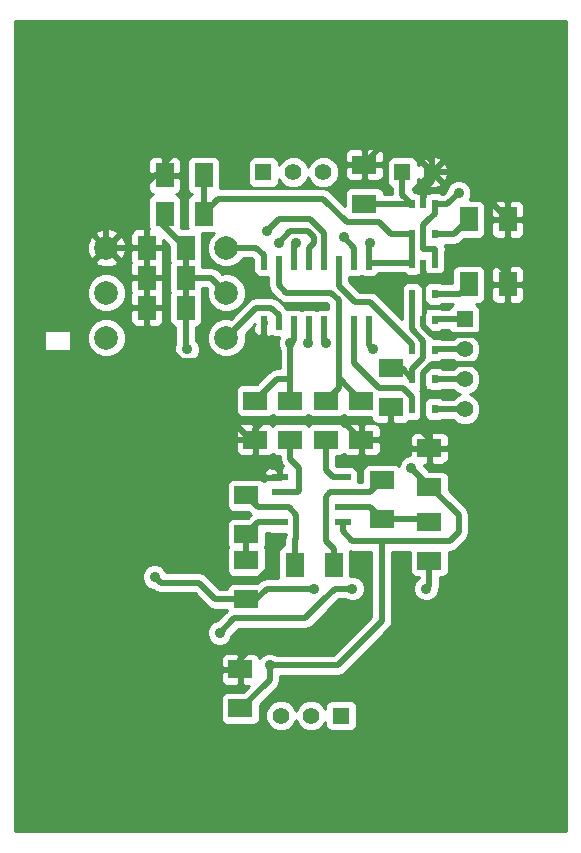
<source format=gbl>
G04 (created by PCBNEW (2013-03-15 BZR 4003)-stable) date ne 24 bře 21:33:23 2013*
%MOIN*%
G04 Gerber Fmt 3.4, Leading zero omitted, Abs format*
%FSLAX34Y34*%
G01*
G70*
G90*
G04 APERTURE LIST*
%ADD10C,0.006*%
%ADD11C,0.0787402*%
%ADD12R,0.02X0.03*%
%ADD13R,0.0551X0.0236*%
%ADD14R,0.02X0.045*%
%ADD15R,0.08X0.06*%
%ADD16R,0.06X0.08*%
%ADD17R,0.055X0.055*%
%ADD18C,0.055*%
%ADD19C,0.035*%
%ADD20C,0.02*%
%ADD21C,0.01*%
G04 APERTURE END LIST*
G54D10*
G54D11*
X27787Y-17527D03*
X27787Y-16027D03*
X27787Y-14527D03*
X23787Y-14527D03*
X23787Y-16027D03*
X23787Y-17527D03*
G54D12*
X33975Y-18889D03*
X34725Y-18889D03*
X33975Y-19889D03*
X34350Y-18889D03*
X34725Y-19889D03*
X33975Y-16921D03*
X34725Y-16921D03*
X33975Y-17921D03*
X34350Y-16921D03*
X34725Y-17921D03*
X33975Y-15051D03*
X34725Y-15051D03*
X33975Y-16051D03*
X34350Y-15051D03*
X34725Y-16051D03*
X33975Y-13082D03*
X34725Y-13082D03*
X33975Y-14082D03*
X34350Y-13082D03*
X34725Y-14082D03*
G54D13*
X31660Y-23683D03*
X29560Y-23683D03*
X31660Y-23183D03*
X31660Y-22683D03*
X31660Y-22183D03*
X29560Y-23183D03*
X29560Y-22683D03*
X29560Y-22183D03*
G54D14*
X32537Y-17027D03*
X32037Y-17027D03*
X31537Y-17027D03*
X31037Y-17027D03*
X30537Y-17027D03*
X30037Y-17027D03*
X29537Y-17027D03*
X29037Y-17027D03*
X29037Y-15027D03*
X29537Y-15027D03*
X30037Y-15027D03*
X30537Y-15027D03*
X31037Y-15027D03*
X31537Y-15027D03*
X32037Y-15027D03*
X32537Y-15027D03*
G54D15*
X34547Y-22500D03*
X34547Y-21200D03*
G54D16*
X27027Y-13385D03*
X25727Y-13385D03*
X26437Y-16527D03*
X25137Y-16527D03*
G54D15*
X32381Y-13051D03*
X32381Y-11751D03*
X32283Y-19625D03*
X32283Y-20925D03*
X31102Y-19625D03*
X31102Y-20925D03*
X29921Y-19625D03*
X29921Y-20925D03*
G54D16*
X35865Y-15748D03*
X37165Y-15748D03*
G54D15*
X33267Y-18542D03*
X33267Y-19842D03*
X28248Y-28582D03*
X28248Y-29882D03*
G54D16*
X27027Y-12106D03*
X25727Y-12106D03*
X35865Y-13582D03*
X37165Y-13582D03*
G54D15*
X34547Y-23661D03*
X34547Y-24961D03*
X28444Y-24940D03*
X28444Y-26240D03*
G54D16*
X30058Y-25098D03*
X31358Y-25098D03*
G54D15*
X32972Y-22283D03*
X32972Y-23583D03*
X28444Y-24075D03*
X28444Y-22775D03*
G54D16*
X26437Y-15527D03*
X25137Y-15527D03*
X26437Y-14527D03*
X25137Y-14527D03*
G54D15*
X28740Y-19625D03*
X28740Y-20925D03*
G54D17*
X35728Y-16905D03*
G54D18*
X35728Y-17905D03*
X35728Y-18905D03*
X35728Y-19905D03*
G54D17*
X31610Y-30118D03*
G54D18*
X30610Y-30118D03*
X29610Y-30118D03*
G54D17*
X29019Y-12007D03*
G54D18*
X30019Y-12007D03*
X31019Y-12007D03*
G54D17*
X33653Y-12007D03*
G54D18*
X34653Y-12007D03*
G54D19*
X32578Y-14370D03*
X29133Y-13976D03*
X29921Y-17716D03*
X31102Y-17716D03*
X30118Y-14370D03*
X30511Y-17716D03*
X29527Y-14370D03*
X32677Y-17913D03*
X31692Y-14173D03*
X26476Y-17913D03*
X30216Y-29429D03*
X30610Y-29035D03*
X25984Y-26870D03*
X32972Y-7480D03*
X29035Y-7480D03*
X25590Y-7381D03*
X21850Y-7381D03*
X21161Y-9350D03*
X21161Y-12598D03*
X21161Y-16141D03*
X21259Y-20374D03*
X21358Y-23622D03*
X21259Y-27755D03*
X38779Y-31889D03*
X38779Y-33661D03*
X35137Y-33661D03*
X30905Y-33562D03*
X26476Y-33562D03*
X22342Y-33661D03*
X21259Y-32972D03*
X38681Y-26968D03*
X38681Y-23326D03*
X38681Y-19685D03*
X38582Y-15551D03*
X38779Y-11614D03*
X38681Y-8464D03*
X37992Y-7480D03*
X34744Y-7480D03*
X23917Y-18799D03*
X34153Y-20472D03*
X32283Y-26476D03*
X29429Y-24311D03*
X29330Y-21751D03*
X25393Y-25492D03*
X30708Y-25885D03*
X34448Y-25885D03*
X35531Y-12696D03*
X27559Y-27362D03*
X31988Y-25885D03*
X29232Y-28444D03*
X33956Y-21850D03*
G54D20*
X33267Y-18542D02*
X33628Y-18542D01*
X33628Y-18542D02*
X33975Y-18889D01*
X33975Y-16051D02*
X33975Y-16921D01*
X33975Y-16921D02*
X33975Y-17243D01*
X33975Y-18583D02*
X33975Y-18889D01*
X34350Y-18208D02*
X33975Y-18583D01*
X34350Y-17618D02*
X34350Y-18208D01*
X33975Y-17243D02*
X34350Y-17618D01*
X27027Y-12106D02*
X27027Y-13385D01*
X32537Y-14411D02*
X32537Y-15027D01*
X32578Y-14370D02*
X32537Y-14411D01*
X33975Y-14082D02*
X33275Y-14082D01*
X27520Y-12893D02*
X27027Y-13385D01*
X31003Y-12893D02*
X27520Y-12893D01*
X31791Y-13681D02*
X31003Y-12893D01*
X32874Y-13681D02*
X31791Y-13681D01*
X33275Y-14082D02*
X32874Y-13681D01*
X32537Y-15027D02*
X33951Y-15027D01*
X33951Y-15027D02*
X33975Y-15051D01*
X33975Y-14082D02*
X33975Y-14665D01*
X33975Y-14665D02*
X33975Y-14566D01*
X33975Y-14566D02*
X33975Y-15051D01*
X29921Y-18897D02*
X29468Y-18897D01*
X29468Y-18897D02*
X28740Y-19625D01*
X29921Y-17716D02*
X29921Y-18897D01*
X29921Y-18897D02*
X29921Y-19625D01*
X29527Y-13582D02*
X30578Y-13582D01*
X31037Y-14041D02*
X30578Y-13582D01*
X29527Y-13582D02*
X29133Y-13976D01*
X29921Y-17716D02*
X30037Y-17600D01*
X30037Y-17027D02*
X30037Y-17600D01*
X31037Y-14041D02*
X31037Y-15027D01*
X31537Y-18879D02*
X31537Y-19190D01*
X31537Y-19190D02*
X31102Y-19625D01*
X31537Y-17027D02*
X31537Y-18879D01*
X31537Y-18879D02*
X32283Y-19625D01*
X29537Y-15027D02*
X29537Y-15777D01*
X31537Y-16277D02*
X31537Y-17027D01*
X31287Y-16027D02*
X31537Y-16277D01*
X29787Y-16027D02*
X31287Y-16027D01*
X29537Y-15777D02*
X29787Y-16027D01*
X30037Y-15027D02*
X30037Y-14450D01*
X31037Y-17651D02*
X31037Y-17027D01*
X31102Y-17716D02*
X31037Y-17651D01*
X30037Y-14450D02*
X30118Y-14370D01*
X30537Y-15027D02*
X30537Y-14541D01*
X30537Y-17690D02*
X30537Y-17027D01*
X30511Y-17716D02*
X30537Y-17690D01*
X29921Y-13976D02*
X29527Y-14370D01*
X30511Y-13976D02*
X29921Y-13976D01*
X30708Y-14173D02*
X30511Y-13976D01*
X30708Y-14370D02*
X30708Y-14173D01*
X30537Y-14541D02*
X30708Y-14370D01*
X32537Y-17773D02*
X32537Y-17027D01*
X32677Y-17913D02*
X32537Y-17773D01*
X32037Y-14517D02*
X32037Y-15027D01*
X31692Y-14173D02*
X32037Y-14517D01*
X26437Y-17874D02*
X26437Y-16527D01*
X26476Y-17913D02*
X26437Y-17874D01*
X26437Y-15527D02*
X27287Y-15527D01*
X27287Y-15527D02*
X27787Y-16027D01*
X26437Y-15527D02*
X26437Y-16527D01*
X26437Y-14527D02*
X26437Y-15527D01*
X25637Y-13727D02*
X26437Y-14527D01*
X38681Y-26968D02*
X36811Y-26968D01*
X36417Y-29527D02*
X38779Y-31889D01*
X30314Y-29527D02*
X36417Y-29527D01*
X30216Y-29429D02*
X30314Y-29527D01*
X34744Y-29035D02*
X30610Y-29035D01*
X36811Y-26968D02*
X34744Y-29035D01*
X21259Y-27755D02*
X25098Y-27755D01*
X25098Y-27755D02*
X25984Y-26870D01*
X34653Y-12007D02*
X34653Y-7570D01*
X29035Y-7480D02*
X32972Y-7480D01*
X21850Y-7381D02*
X25590Y-7381D01*
X21161Y-12598D02*
X21161Y-9350D01*
X21161Y-20275D02*
X21161Y-16141D01*
X21259Y-20374D02*
X21161Y-20275D01*
X21358Y-27657D02*
X21358Y-23622D01*
X21259Y-27755D02*
X21358Y-27657D01*
X38779Y-33661D02*
X35137Y-33661D01*
X30905Y-33562D02*
X26476Y-33562D01*
X22342Y-33661D02*
X21653Y-32972D01*
X21653Y-32972D02*
X21259Y-32972D01*
X38681Y-19685D02*
X38681Y-23326D01*
X38582Y-11811D02*
X38582Y-15551D01*
X38779Y-11614D02*
X38582Y-11811D01*
X38681Y-8169D02*
X38681Y-8464D01*
X37992Y-7480D02*
X38681Y-8169D01*
X34653Y-7570D02*
X34744Y-7480D01*
X25727Y-12106D02*
X25727Y-11673D01*
X34653Y-10637D02*
X34653Y-12007D01*
X34547Y-10531D02*
X34653Y-10637D01*
X32578Y-10531D02*
X34547Y-10531D01*
X32086Y-11023D02*
X32578Y-10531D01*
X26377Y-11023D02*
X32086Y-11023D01*
X25727Y-11673D02*
X26377Y-11023D01*
X34350Y-16921D02*
X34350Y-17125D01*
X34645Y-17421D02*
X37165Y-17421D01*
X34350Y-17125D02*
X34645Y-17421D01*
X37165Y-17421D02*
X37106Y-17421D01*
X37106Y-17421D02*
X37165Y-17421D01*
X34350Y-18889D02*
X34350Y-18700D01*
X37165Y-17558D02*
X37165Y-17421D01*
X37165Y-17421D02*
X37165Y-15748D01*
X36318Y-18405D02*
X37165Y-17558D01*
X34645Y-18405D02*
X36318Y-18405D01*
X34350Y-18700D02*
X34645Y-18405D01*
X25295Y-17421D02*
X25295Y-17322D01*
X23917Y-18799D02*
X25295Y-17421D01*
X25727Y-12106D02*
X25393Y-12106D01*
X25393Y-12106D02*
X23787Y-13712D01*
X23787Y-13712D02*
X23787Y-14527D01*
X34547Y-21200D02*
X34547Y-20866D01*
X34547Y-20866D02*
X34153Y-20472D01*
X28248Y-28582D02*
X28248Y-28248D01*
X28248Y-28248D02*
X28543Y-27952D01*
X25885Y-23622D02*
X27362Y-23622D01*
X24507Y-25000D02*
X25885Y-23622D01*
X24507Y-25393D02*
X24507Y-25000D01*
X27066Y-27952D02*
X24507Y-25393D01*
X30807Y-27952D02*
X28543Y-27952D01*
X28543Y-27952D02*
X27066Y-27952D01*
X32283Y-26476D02*
X30807Y-27952D01*
X27362Y-21062D02*
X28051Y-20374D01*
X27362Y-25196D02*
X27362Y-23622D01*
X27362Y-23622D02*
X27362Y-21062D01*
X27755Y-25590D02*
X27362Y-25196D01*
X28838Y-25590D02*
X27755Y-25590D01*
X29330Y-25098D02*
X28838Y-25590D01*
X29330Y-24409D02*
X29330Y-25098D01*
X29429Y-24311D02*
X29330Y-24409D01*
X28740Y-20925D02*
X28740Y-20570D01*
X31633Y-20275D02*
X32283Y-20925D01*
X29035Y-20275D02*
X31633Y-20275D01*
X28740Y-20570D02*
X29035Y-20275D01*
X28740Y-20925D02*
X28602Y-20925D01*
X27657Y-19980D02*
X27657Y-18307D01*
X28602Y-20925D02*
X28051Y-20374D01*
X28051Y-20374D02*
X27657Y-19980D01*
X29037Y-17027D02*
X29037Y-17419D01*
X25137Y-17164D02*
X25137Y-16527D01*
X26279Y-18307D02*
X25295Y-17322D01*
X25295Y-17322D02*
X25137Y-17164D01*
X28149Y-18307D02*
X27657Y-18307D01*
X27657Y-18307D02*
X26279Y-18307D01*
X29037Y-17419D02*
X28149Y-18307D01*
X25137Y-14527D02*
X23787Y-14527D01*
X25137Y-15527D02*
X25137Y-14527D01*
X25137Y-16527D02*
X25137Y-15527D01*
X32381Y-11751D02*
X32381Y-11712D01*
X32381Y-11712D02*
X32972Y-11122D01*
X32972Y-11122D02*
X34153Y-11122D01*
X34153Y-11122D02*
X34653Y-11622D01*
X34653Y-11622D02*
X34653Y-12007D01*
X37165Y-13582D02*
X37165Y-15748D01*
X34653Y-12007D02*
X35590Y-12007D01*
X35590Y-12007D02*
X37165Y-13582D01*
X34350Y-15051D02*
X34350Y-15452D01*
X37165Y-15413D02*
X37165Y-15748D01*
X36712Y-14960D02*
X37165Y-15413D01*
X35531Y-14960D02*
X36712Y-14960D01*
X35039Y-15452D02*
X35531Y-14960D01*
X34350Y-15452D02*
X35039Y-15452D01*
X34350Y-18889D02*
X34350Y-20275D01*
X33267Y-20472D02*
X33267Y-20669D01*
X34153Y-20472D02*
X33267Y-20472D01*
X34350Y-20275D02*
X34153Y-20472D01*
X33267Y-19842D02*
X33267Y-20669D01*
X33011Y-20925D02*
X32283Y-20925D01*
X33267Y-20669D02*
X33011Y-20925D01*
X29560Y-22183D02*
X29560Y-21981D01*
X29560Y-21981D02*
X29330Y-21751D01*
X34653Y-12007D02*
X34653Y-12295D01*
X34653Y-12295D02*
X34350Y-12598D01*
X34350Y-12598D02*
X34350Y-13082D01*
X27787Y-17527D02*
X28787Y-16527D01*
X29537Y-16777D02*
X29537Y-17027D01*
X29287Y-16527D02*
X29537Y-16777D01*
X28787Y-16527D02*
X29287Y-16527D01*
X31102Y-20925D02*
X31102Y-21948D01*
X31336Y-22183D02*
X31660Y-22183D01*
X31102Y-21948D02*
X31336Y-22183D01*
X27421Y-26240D02*
X28444Y-26240D01*
X26870Y-25688D02*
X27421Y-26240D01*
X25590Y-25688D02*
X26870Y-25688D01*
X25393Y-25492D02*
X25590Y-25688D01*
X28444Y-26240D02*
X28779Y-26240D01*
X29133Y-25885D02*
X30708Y-25885D01*
X28779Y-26240D02*
X29133Y-25885D01*
X32972Y-23583D02*
X34469Y-23583D01*
X34469Y-23583D02*
X34547Y-23661D01*
X31660Y-23183D02*
X32572Y-23183D01*
X32572Y-23183D02*
X32972Y-23583D01*
X34725Y-14082D02*
X35365Y-14082D01*
X35365Y-14082D02*
X35865Y-13582D01*
X31358Y-25098D02*
X31358Y-24567D01*
X31253Y-22683D02*
X31660Y-22683D01*
X31102Y-22834D02*
X31253Y-22683D01*
X31102Y-24311D02*
X31102Y-22834D01*
X31358Y-24567D02*
X31102Y-24311D01*
X31660Y-22683D02*
X32572Y-22683D01*
X32572Y-22683D02*
X32972Y-22283D01*
X29921Y-20925D02*
X29921Y-21555D01*
X30171Y-22683D02*
X29560Y-22683D01*
X30216Y-22637D02*
X30171Y-22683D01*
X30216Y-21850D02*
X30216Y-22637D01*
X29921Y-21555D02*
X30216Y-21850D01*
X28444Y-24075D02*
X28444Y-24940D01*
X29560Y-23683D02*
X28837Y-23683D01*
X28837Y-23683D02*
X28444Y-24075D01*
X34547Y-24961D02*
X34547Y-25787D01*
X34547Y-25787D02*
X34448Y-25885D01*
X30058Y-25098D02*
X30058Y-24272D01*
X29875Y-23183D02*
X29560Y-23183D01*
X30118Y-23425D02*
X29875Y-23183D01*
X30118Y-24212D02*
X30118Y-23425D01*
X30058Y-24272D02*
X30118Y-24212D01*
X29560Y-23183D02*
X28852Y-23183D01*
X28852Y-23183D02*
X28444Y-22775D01*
X35728Y-19905D02*
X34741Y-19905D01*
X34741Y-19905D02*
X34725Y-19889D01*
X35728Y-18905D02*
X34741Y-18905D01*
X34741Y-18905D02*
X34725Y-18889D01*
X35728Y-16905D02*
X34741Y-16905D01*
X34741Y-16905D02*
X34725Y-16921D01*
X35728Y-17905D02*
X34741Y-17905D01*
X34741Y-17905D02*
X34725Y-17921D01*
X33975Y-17921D02*
X33975Y-17735D01*
X31537Y-15789D02*
X31537Y-15027D01*
X32086Y-16338D02*
X31537Y-15789D01*
X32578Y-16338D02*
X32086Y-16338D01*
X33975Y-17735D02*
X32578Y-16338D01*
X33975Y-19889D02*
X33975Y-19506D01*
X32037Y-18356D02*
X32037Y-17027D01*
X32874Y-19192D02*
X32037Y-18356D01*
X33661Y-19192D02*
X32874Y-19192D01*
X33975Y-19506D02*
X33661Y-19192D01*
X34725Y-13082D02*
X35145Y-13082D01*
X35145Y-13082D02*
X35531Y-12696D01*
X34725Y-13082D02*
X34725Y-13404D01*
X34725Y-13404D02*
X34547Y-13582D01*
X34547Y-13582D02*
X34350Y-13779D01*
X34350Y-13779D02*
X34350Y-14566D01*
X34350Y-14566D02*
X34744Y-14566D01*
X34744Y-14566D02*
X34725Y-14585D01*
X34725Y-14585D02*
X34725Y-15051D01*
X29037Y-15027D02*
X29037Y-14777D01*
X28787Y-14527D02*
X27787Y-14527D01*
X29037Y-14777D02*
X28787Y-14527D01*
X34725Y-16051D02*
X35562Y-16051D01*
X35562Y-16051D02*
X35865Y-15748D01*
X28051Y-26870D02*
X27559Y-27362D01*
X30413Y-26870D02*
X28051Y-26870D01*
X31003Y-26279D02*
X30413Y-26870D01*
X31397Y-25885D02*
X31003Y-26279D01*
X31988Y-25885D02*
X31397Y-25885D01*
X34547Y-22500D02*
X34547Y-22440D01*
X34547Y-22440D02*
X33956Y-21850D01*
X28248Y-29882D02*
X28287Y-29882D01*
X29232Y-28937D02*
X29232Y-28444D01*
X28287Y-29882D02*
X29232Y-28937D01*
X32972Y-24311D02*
X32972Y-26968D01*
X31496Y-28444D02*
X29232Y-28444D01*
X32972Y-26968D02*
X31496Y-28444D01*
X31660Y-23683D02*
X31660Y-23983D01*
X35531Y-23425D02*
X33956Y-21850D01*
X35531Y-24015D02*
X35531Y-23425D01*
X35236Y-24311D02*
X35531Y-24015D01*
X31988Y-24311D02*
X32972Y-24311D01*
X32972Y-24311D02*
X35236Y-24311D01*
X31660Y-23983D02*
X31988Y-24311D01*
X33975Y-13082D02*
X32412Y-13082D01*
X32412Y-13082D02*
X32381Y-13051D01*
X33653Y-12007D02*
X33653Y-12760D01*
X33653Y-12760D02*
X33975Y-13082D01*
G54D10*
G36*
X35503Y-17430D02*
X35431Y-17460D01*
X35335Y-17555D01*
X34957Y-17555D01*
X34875Y-17521D01*
X34775Y-17521D01*
X34681Y-17521D01*
X34673Y-17484D01*
X34597Y-17370D01*
X34534Y-17307D01*
X34537Y-17305D01*
X34575Y-17321D01*
X34674Y-17321D01*
X34874Y-17321D01*
X34966Y-17283D01*
X34994Y-17255D01*
X35213Y-17255D01*
X35241Y-17321D01*
X35311Y-17392D01*
X35403Y-17430D01*
X35502Y-17430D01*
X35503Y-17430D01*
X35503Y-17430D01*
G37*
G54D21*
X35503Y-17430D02*
X35431Y-17460D01*
X35335Y-17555D01*
X34957Y-17555D01*
X34875Y-17521D01*
X34775Y-17521D01*
X34681Y-17521D01*
X34673Y-17484D01*
X34597Y-17370D01*
X34534Y-17307D01*
X34537Y-17305D01*
X34575Y-17321D01*
X34674Y-17321D01*
X34874Y-17321D01*
X34966Y-17283D01*
X34994Y-17255D01*
X35213Y-17255D01*
X35241Y-17321D01*
X35311Y-17392D01*
X35403Y-17430D01*
X35502Y-17430D01*
X35503Y-17430D01*
G54D10*
G36*
X35563Y-18405D02*
X35431Y-18460D01*
X35335Y-18555D01*
X34994Y-18555D01*
X34967Y-18527D01*
X34875Y-18489D01*
X34775Y-18489D01*
X34575Y-18489D01*
X34556Y-18497D01*
X34597Y-18456D01*
X34673Y-18342D01*
X34677Y-18321D01*
X34874Y-18321D01*
X34966Y-18283D01*
X34994Y-18255D01*
X35335Y-18255D01*
X35430Y-18350D01*
X35563Y-18405D01*
X35563Y-18405D01*
G37*
G54D21*
X35563Y-18405D02*
X35431Y-18460D01*
X35335Y-18555D01*
X34994Y-18555D01*
X34967Y-18527D01*
X34875Y-18489D01*
X34775Y-18489D01*
X34575Y-18489D01*
X34556Y-18497D01*
X34597Y-18456D01*
X34673Y-18342D01*
X34677Y-18321D01*
X34874Y-18321D01*
X34966Y-18283D01*
X34994Y-18255D01*
X35335Y-18255D01*
X35430Y-18350D01*
X35563Y-18405D01*
G54D10*
G36*
X39090Y-33972D02*
X37715Y-33972D01*
X37715Y-16098D01*
X37715Y-15397D01*
X37715Y-13933D01*
X37715Y-13232D01*
X37715Y-13132D01*
X37677Y-13040D01*
X37607Y-12970D01*
X37515Y-12932D01*
X37278Y-12932D01*
X37215Y-12995D01*
X37215Y-13532D01*
X37653Y-13532D01*
X37715Y-13470D01*
X37715Y-13232D01*
X37715Y-13933D01*
X37715Y-13695D01*
X37653Y-13632D01*
X37215Y-13632D01*
X37215Y-14170D01*
X37278Y-14232D01*
X37515Y-14232D01*
X37607Y-14194D01*
X37677Y-14124D01*
X37715Y-14032D01*
X37715Y-13933D01*
X37715Y-15397D01*
X37715Y-15298D01*
X37677Y-15206D01*
X37607Y-15135D01*
X37515Y-15097D01*
X37278Y-15098D01*
X37215Y-15160D01*
X37215Y-15698D01*
X37653Y-15698D01*
X37715Y-15635D01*
X37715Y-15397D01*
X37715Y-16098D01*
X37715Y-15860D01*
X37653Y-15798D01*
X37215Y-15798D01*
X37215Y-16335D01*
X37278Y-16398D01*
X37515Y-16398D01*
X37607Y-16360D01*
X37677Y-16289D01*
X37715Y-16197D01*
X37715Y-16098D01*
X37715Y-33972D01*
X37115Y-33972D01*
X37115Y-16335D01*
X37115Y-15798D01*
X37115Y-15698D01*
X37115Y-15160D01*
X37115Y-14170D01*
X37115Y-13632D01*
X37115Y-13532D01*
X37115Y-12995D01*
X37053Y-12932D01*
X36816Y-12932D01*
X36724Y-12970D01*
X36653Y-13040D01*
X36615Y-13132D01*
X36615Y-13232D01*
X36615Y-13470D01*
X36678Y-13532D01*
X37115Y-13532D01*
X37115Y-13632D01*
X36678Y-13632D01*
X36615Y-13695D01*
X36615Y-13933D01*
X36615Y-14032D01*
X36653Y-14124D01*
X36724Y-14194D01*
X36816Y-14232D01*
X37053Y-14232D01*
X37115Y-14170D01*
X37115Y-15160D01*
X37053Y-15098D01*
X36816Y-15097D01*
X36724Y-15135D01*
X36653Y-15206D01*
X36615Y-15298D01*
X36615Y-15397D01*
X36615Y-15635D01*
X36678Y-15698D01*
X37115Y-15698D01*
X37115Y-15798D01*
X36678Y-15798D01*
X36615Y-15860D01*
X36615Y-16098D01*
X36615Y-16197D01*
X36653Y-16289D01*
X36724Y-16360D01*
X36816Y-16398D01*
X37053Y-16398D01*
X37115Y-16335D01*
X37115Y-33972D01*
X36415Y-33972D01*
X36415Y-16098D01*
X36415Y-15298D01*
X36377Y-15206D01*
X36307Y-15136D01*
X36215Y-15098D01*
X36116Y-15097D01*
X35516Y-15097D01*
X35424Y-15135D01*
X35353Y-15206D01*
X35315Y-15298D01*
X35315Y-15397D01*
X35315Y-15701D01*
X34978Y-15701D01*
X34967Y-15689D01*
X34875Y-15651D01*
X34775Y-15651D01*
X34575Y-15651D01*
X34483Y-15689D01*
X34413Y-15759D01*
X34375Y-15851D01*
X34375Y-15950D01*
X34375Y-16250D01*
X34413Y-16342D01*
X34483Y-16412D01*
X34575Y-16451D01*
X34674Y-16451D01*
X34874Y-16451D01*
X34966Y-16413D01*
X34978Y-16401D01*
X35353Y-16401D01*
X35311Y-16418D01*
X35241Y-16488D01*
X35213Y-16555D01*
X34957Y-16555D01*
X34875Y-16521D01*
X34775Y-16521D01*
X34575Y-16521D01*
X34537Y-16536D01*
X34499Y-16521D01*
X34462Y-16521D01*
X34400Y-16583D01*
X34400Y-16661D01*
X34375Y-16721D01*
X34375Y-16820D01*
X34375Y-16979D01*
X34325Y-16979D01*
X34325Y-16721D01*
X34325Y-16721D01*
X34325Y-16201D01*
X34325Y-16151D01*
X34325Y-15851D01*
X34287Y-15759D01*
X34217Y-15689D01*
X34125Y-15651D01*
X34025Y-15651D01*
X33825Y-15651D01*
X33733Y-15689D01*
X33663Y-15759D01*
X33625Y-15851D01*
X33625Y-15950D01*
X33625Y-16250D01*
X33625Y-16250D01*
X33625Y-16771D01*
X33625Y-16820D01*
X33625Y-16890D01*
X32826Y-16091D01*
X32712Y-16015D01*
X32578Y-15988D01*
X32231Y-15988D01*
X31887Y-15644D01*
X31887Y-15502D01*
X31887Y-15502D01*
X31986Y-15502D01*
X32186Y-15502D01*
X32278Y-15464D01*
X32287Y-15456D01*
X32295Y-15464D01*
X32387Y-15502D01*
X32486Y-15502D01*
X32686Y-15502D01*
X32778Y-15464D01*
X32849Y-15394D01*
X32856Y-15377D01*
X33698Y-15377D01*
X33733Y-15412D01*
X33825Y-15451D01*
X33924Y-15451D01*
X34124Y-15451D01*
X34162Y-15435D01*
X34200Y-15451D01*
X34237Y-15451D01*
X34300Y-15388D01*
X34300Y-15311D01*
X34325Y-15251D01*
X34325Y-15151D01*
X34325Y-14993D01*
X34375Y-14993D01*
X34375Y-15250D01*
X34400Y-15311D01*
X34400Y-15388D01*
X34462Y-15451D01*
X34499Y-15451D01*
X34537Y-15435D01*
X34575Y-15451D01*
X34674Y-15451D01*
X34874Y-15451D01*
X34966Y-15413D01*
X35037Y-15342D01*
X35075Y-15251D01*
X35075Y-15151D01*
X35075Y-14851D01*
X35075Y-14851D01*
X35075Y-14660D01*
X35075Y-14660D01*
X35094Y-14566D01*
X35067Y-14432D01*
X35067Y-14432D01*
X35067Y-14432D01*
X35365Y-14432D01*
X35499Y-14406D01*
X35499Y-14406D01*
X35613Y-14330D01*
X35710Y-14232D01*
X36215Y-14232D01*
X36307Y-14194D01*
X36377Y-14124D01*
X36415Y-14032D01*
X36415Y-13933D01*
X36415Y-13133D01*
X36377Y-13041D01*
X36307Y-12970D01*
X36215Y-12932D01*
X36116Y-12932D01*
X35893Y-12932D01*
X35956Y-12781D01*
X35956Y-12612D01*
X35892Y-12456D01*
X35772Y-12336D01*
X35616Y-12271D01*
X35447Y-12271D01*
X35291Y-12336D01*
X35183Y-12443D01*
X35183Y-12083D01*
X35172Y-11875D01*
X35114Y-11735D01*
X35021Y-11710D01*
X34950Y-11781D01*
X34950Y-11640D01*
X34926Y-11547D01*
X34729Y-11477D01*
X34520Y-11489D01*
X34380Y-11547D01*
X34356Y-11640D01*
X34653Y-11937D01*
X34950Y-11640D01*
X34950Y-11781D01*
X34724Y-12007D01*
X35021Y-12304D01*
X35114Y-12280D01*
X35183Y-12083D01*
X35183Y-12443D01*
X35171Y-12455D01*
X35106Y-12611D01*
X35106Y-12626D01*
X35000Y-12732D01*
X34978Y-12732D01*
X34967Y-12720D01*
X34950Y-12713D01*
X34950Y-12375D01*
X34653Y-12078D01*
X34356Y-12375D01*
X34380Y-12468D01*
X34577Y-12537D01*
X34786Y-12526D01*
X34926Y-12468D01*
X34950Y-12375D01*
X34950Y-12713D01*
X34875Y-12682D01*
X34775Y-12682D01*
X34575Y-12682D01*
X34537Y-12698D01*
X34499Y-12682D01*
X34462Y-12682D01*
X34400Y-12745D01*
X34400Y-12822D01*
X34375Y-12882D01*
X34375Y-12982D01*
X34375Y-13140D01*
X34325Y-13140D01*
X34325Y-12883D01*
X34300Y-12822D01*
X34300Y-12745D01*
X34237Y-12682D01*
X34200Y-12682D01*
X34162Y-12698D01*
X34125Y-12682D01*
X34070Y-12682D01*
X34003Y-12615D01*
X34003Y-12522D01*
X34069Y-12494D01*
X34140Y-12424D01*
X34178Y-12332D01*
X34178Y-12245D01*
X34192Y-12280D01*
X34285Y-12304D01*
X34582Y-12007D01*
X34285Y-11710D01*
X34192Y-11735D01*
X34178Y-11775D01*
X34178Y-11683D01*
X34140Y-11591D01*
X34070Y-11521D01*
X33978Y-11482D01*
X33879Y-11482D01*
X33329Y-11482D01*
X33237Y-11520D01*
X33166Y-11591D01*
X33128Y-11682D01*
X33128Y-11782D01*
X33128Y-12332D01*
X33166Y-12424D01*
X33236Y-12494D01*
X33303Y-12522D01*
X33303Y-12732D01*
X33031Y-12732D01*
X33031Y-12702D01*
X33031Y-12101D01*
X33031Y-11402D01*
X32993Y-11310D01*
X32923Y-11239D01*
X32831Y-11201D01*
X32732Y-11201D01*
X32494Y-11201D01*
X32431Y-11264D01*
X32431Y-11701D01*
X32969Y-11701D01*
X33031Y-11639D01*
X33031Y-11402D01*
X33031Y-12101D01*
X33031Y-11864D01*
X32969Y-11801D01*
X32431Y-11801D01*
X32431Y-12239D01*
X32494Y-12301D01*
X32732Y-12301D01*
X32831Y-12301D01*
X32923Y-12263D01*
X32993Y-12193D01*
X33031Y-12101D01*
X33031Y-12702D01*
X32993Y-12610D01*
X32923Y-12539D01*
X32831Y-12501D01*
X32732Y-12501D01*
X32331Y-12501D01*
X32331Y-12239D01*
X32331Y-11801D01*
X32331Y-11701D01*
X32331Y-11264D01*
X32269Y-11201D01*
X32031Y-11201D01*
X31931Y-11201D01*
X31840Y-11239D01*
X31769Y-11310D01*
X31731Y-11402D01*
X31731Y-11639D01*
X31794Y-11701D01*
X32331Y-11701D01*
X32331Y-11801D01*
X31794Y-11801D01*
X31731Y-11864D01*
X31731Y-12101D01*
X31769Y-12193D01*
X31840Y-12263D01*
X31931Y-12301D01*
X32031Y-12301D01*
X32269Y-12301D01*
X32331Y-12239D01*
X32331Y-12501D01*
X31932Y-12501D01*
X31840Y-12539D01*
X31770Y-12609D01*
X31731Y-12701D01*
X31731Y-12801D01*
X31731Y-13126D01*
X31544Y-12939D01*
X31544Y-11903D01*
X31465Y-11710D01*
X31317Y-11563D01*
X31124Y-11482D01*
X30915Y-11482D01*
X30722Y-11562D01*
X30574Y-11710D01*
X30519Y-11843D01*
X30465Y-11710D01*
X30317Y-11563D01*
X30124Y-11482D01*
X29915Y-11482D01*
X29722Y-11562D01*
X29574Y-11710D01*
X29544Y-11782D01*
X29544Y-11683D01*
X29506Y-11591D01*
X29436Y-11521D01*
X29344Y-11482D01*
X29245Y-11482D01*
X28695Y-11482D01*
X28603Y-11520D01*
X28532Y-11591D01*
X28494Y-11682D01*
X28494Y-11782D01*
X28494Y-12332D01*
X28532Y-12424D01*
X28602Y-12494D01*
X28694Y-12532D01*
X28794Y-12532D01*
X29344Y-12532D01*
X29436Y-12494D01*
X29506Y-12424D01*
X29544Y-12332D01*
X29544Y-12233D01*
X29544Y-12233D01*
X29574Y-12304D01*
X29721Y-12452D01*
X29914Y-12532D01*
X30123Y-12532D01*
X30316Y-12453D01*
X30464Y-12305D01*
X30519Y-12172D01*
X30574Y-12304D01*
X30721Y-12452D01*
X30914Y-12532D01*
X31123Y-12532D01*
X31316Y-12453D01*
X31464Y-12305D01*
X31544Y-12112D01*
X31544Y-11903D01*
X31544Y-12939D01*
X31251Y-12646D01*
X31137Y-12570D01*
X31003Y-12543D01*
X27577Y-12543D01*
X27577Y-12456D01*
X27577Y-11656D01*
X27540Y-11564D01*
X27469Y-11494D01*
X27377Y-11456D01*
X27278Y-11456D01*
X26678Y-11456D01*
X26586Y-11494D01*
X26516Y-11564D01*
X26477Y-11656D01*
X26477Y-11755D01*
X26477Y-12555D01*
X26515Y-12647D01*
X26586Y-12718D01*
X26653Y-12746D01*
X26586Y-12773D01*
X26516Y-12844D01*
X26477Y-12935D01*
X26477Y-13035D01*
X26477Y-13835D01*
X26495Y-13877D01*
X26282Y-13877D01*
X26266Y-13862D01*
X26277Y-13835D01*
X26277Y-13736D01*
X26277Y-12936D01*
X26240Y-12844D01*
X26169Y-12774D01*
X26102Y-12746D01*
X26169Y-12718D01*
X26239Y-12648D01*
X26277Y-12556D01*
X26277Y-12456D01*
X26277Y-11755D01*
X26277Y-11656D01*
X26239Y-11564D01*
X26169Y-11494D01*
X26077Y-11456D01*
X25840Y-11456D01*
X25777Y-11518D01*
X25777Y-12056D01*
X26215Y-12056D01*
X26277Y-11993D01*
X26277Y-11755D01*
X26277Y-12456D01*
X26277Y-12218D01*
X26215Y-12156D01*
X25777Y-12156D01*
X25777Y-12164D01*
X25677Y-12164D01*
X25677Y-12156D01*
X25677Y-12056D01*
X25677Y-11518D01*
X25615Y-11456D01*
X25378Y-11456D01*
X25286Y-11494D01*
X25216Y-11564D01*
X25177Y-11656D01*
X25177Y-11755D01*
X25177Y-11993D01*
X25240Y-12056D01*
X25677Y-12056D01*
X25677Y-12156D01*
X25240Y-12156D01*
X25177Y-12218D01*
X25177Y-12456D01*
X25177Y-12556D01*
X25216Y-12648D01*
X25286Y-12718D01*
X25353Y-12746D01*
X25286Y-12773D01*
X25216Y-12844D01*
X25177Y-12935D01*
X25177Y-13035D01*
X25177Y-13835D01*
X25211Y-13916D01*
X25187Y-13940D01*
X25187Y-14477D01*
X25624Y-14477D01*
X25687Y-14415D01*
X25687Y-14272D01*
X25887Y-14472D01*
X25887Y-14977D01*
X25908Y-15027D01*
X25887Y-15077D01*
X25887Y-15177D01*
X25887Y-15977D01*
X25908Y-16027D01*
X25887Y-16077D01*
X25887Y-16177D01*
X25887Y-16977D01*
X25925Y-17068D01*
X25995Y-17139D01*
X26087Y-17177D01*
X26087Y-17741D01*
X26051Y-17828D01*
X26051Y-17997D01*
X26115Y-18153D01*
X26235Y-18273D01*
X26391Y-18338D01*
X26560Y-18338D01*
X26716Y-18273D01*
X26836Y-18154D01*
X26901Y-17998D01*
X26901Y-17829D01*
X26836Y-17672D01*
X26787Y-17623D01*
X26787Y-17177D01*
X26878Y-17139D01*
X26949Y-17069D01*
X26987Y-16977D01*
X26987Y-16878D01*
X26987Y-16078D01*
X26966Y-16027D01*
X26987Y-15977D01*
X26987Y-15878D01*
X26987Y-15877D01*
X27142Y-15877D01*
X27149Y-15884D01*
X27143Y-15898D01*
X27143Y-16155D01*
X27241Y-16391D01*
X27422Y-16572D01*
X27658Y-16671D01*
X27914Y-16671D01*
X28151Y-16573D01*
X28332Y-16392D01*
X28430Y-16156D01*
X28431Y-15900D01*
X28333Y-15663D01*
X28152Y-15482D01*
X27916Y-15383D01*
X27659Y-15383D01*
X27644Y-15389D01*
X27534Y-15280D01*
X27421Y-15204D01*
X27287Y-15177D01*
X26987Y-15177D01*
X26987Y-15078D01*
X26966Y-15027D01*
X26987Y-14977D01*
X26987Y-14878D01*
X26987Y-14078D01*
X26970Y-14035D01*
X27368Y-14035D01*
X27242Y-14162D01*
X27143Y-14398D01*
X27143Y-14655D01*
X27241Y-14891D01*
X27422Y-15072D01*
X27658Y-15171D01*
X27914Y-15171D01*
X28151Y-15073D01*
X28332Y-14892D01*
X28339Y-14877D01*
X28642Y-14877D01*
X28687Y-14922D01*
X28687Y-15302D01*
X28725Y-15393D01*
X28795Y-15464D01*
X28887Y-15502D01*
X28986Y-15502D01*
X29186Y-15502D01*
X29187Y-15502D01*
X29187Y-15777D01*
X29214Y-15911D01*
X29289Y-16025D01*
X29539Y-16275D01*
X29539Y-16275D01*
X29653Y-16350D01*
X29787Y-16377D01*
X31142Y-16377D01*
X31187Y-16422D01*
X31187Y-16552D01*
X31187Y-16552D01*
X31087Y-16552D01*
X30887Y-16552D01*
X30795Y-16590D01*
X30787Y-16599D01*
X30779Y-16590D01*
X30687Y-16552D01*
X30587Y-16552D01*
X30387Y-16552D01*
X30295Y-16590D01*
X30287Y-16599D01*
X30279Y-16590D01*
X30187Y-16552D01*
X30087Y-16552D01*
X29887Y-16552D01*
X29818Y-16581D01*
X29818Y-16581D01*
X29784Y-16530D01*
X29784Y-16530D01*
X29534Y-16280D01*
X29421Y-16204D01*
X29287Y-16177D01*
X28787Y-16177D01*
X28653Y-16204D01*
X28539Y-16280D01*
X27930Y-16889D01*
X27916Y-16883D01*
X27659Y-16883D01*
X27423Y-16981D01*
X27242Y-17162D01*
X27143Y-17398D01*
X27143Y-17655D01*
X27241Y-17891D01*
X27422Y-18072D01*
X27658Y-18171D01*
X27914Y-18171D01*
X28151Y-18073D01*
X28332Y-17892D01*
X28430Y-17656D01*
X28431Y-17400D01*
X28424Y-17384D01*
X28732Y-17077D01*
X28749Y-17077D01*
X28687Y-17140D01*
X28687Y-17203D01*
X28687Y-17302D01*
X28725Y-17394D01*
X28795Y-17464D01*
X28887Y-17502D01*
X28924Y-17502D01*
X28987Y-17440D01*
X28987Y-17077D01*
X28979Y-17077D01*
X28979Y-16977D01*
X28987Y-16977D01*
X28987Y-16969D01*
X29087Y-16969D01*
X29087Y-16977D01*
X29095Y-16977D01*
X29095Y-17077D01*
X29087Y-17077D01*
X29087Y-17440D01*
X29149Y-17502D01*
X29186Y-17502D01*
X29278Y-17464D01*
X29287Y-17456D01*
X29295Y-17464D01*
X29387Y-17502D01*
X29486Y-17502D01*
X29549Y-17502D01*
X29496Y-17631D01*
X29496Y-17800D01*
X29560Y-17956D01*
X29571Y-17967D01*
X29571Y-18547D01*
X29468Y-18547D01*
X29334Y-18574D01*
X29220Y-18650D01*
X29220Y-18650D01*
X29220Y-18650D01*
X28987Y-18883D01*
X28795Y-19075D01*
X28290Y-19075D01*
X28198Y-19113D01*
X28128Y-19183D01*
X28090Y-19275D01*
X28090Y-19375D01*
X28090Y-19975D01*
X28128Y-20067D01*
X28198Y-20137D01*
X28290Y-20175D01*
X28389Y-20175D01*
X29189Y-20175D01*
X29281Y-20137D01*
X29330Y-20088D01*
X29379Y-20137D01*
X29471Y-20175D01*
X29570Y-20175D01*
X30370Y-20175D01*
X30462Y-20137D01*
X30511Y-20088D01*
X30560Y-20137D01*
X30652Y-20175D01*
X30751Y-20175D01*
X31551Y-20175D01*
X31643Y-20137D01*
X31692Y-20088D01*
X31741Y-20137D01*
X31833Y-20175D01*
X31932Y-20175D01*
X32617Y-20175D01*
X32617Y-20192D01*
X32655Y-20284D01*
X32725Y-20354D01*
X32817Y-20392D01*
X32917Y-20392D01*
X33155Y-20392D01*
X33217Y-20330D01*
X33217Y-19892D01*
X33209Y-19892D01*
X33209Y-19792D01*
X33217Y-19792D01*
X33217Y-19785D01*
X33317Y-19785D01*
X33317Y-19792D01*
X33325Y-19792D01*
X33325Y-19892D01*
X33317Y-19892D01*
X33317Y-20330D01*
X33380Y-20392D01*
X33618Y-20392D01*
X33717Y-20392D01*
X33809Y-20354D01*
X33874Y-20289D01*
X33924Y-20289D01*
X34124Y-20289D01*
X34216Y-20251D01*
X34287Y-20181D01*
X34325Y-20089D01*
X34325Y-19990D01*
X34325Y-19690D01*
X34325Y-19690D01*
X34325Y-19506D01*
X34298Y-19372D01*
X34241Y-19286D01*
X34300Y-19227D01*
X34300Y-19149D01*
X34325Y-19089D01*
X34325Y-18990D01*
X34325Y-18831D01*
X34375Y-18831D01*
X34375Y-19089D01*
X34400Y-19149D01*
X34400Y-19227D01*
X34462Y-19289D01*
X34499Y-19289D01*
X34537Y-19274D01*
X34575Y-19289D01*
X34674Y-19289D01*
X34874Y-19289D01*
X34957Y-19255D01*
X35335Y-19255D01*
X35430Y-19350D01*
X35563Y-19405D01*
X35431Y-19460D01*
X35335Y-19555D01*
X34994Y-19555D01*
X34967Y-19527D01*
X34875Y-19489D01*
X34775Y-19489D01*
X34575Y-19489D01*
X34483Y-19527D01*
X34413Y-19597D01*
X34375Y-19689D01*
X34375Y-19789D01*
X34375Y-20089D01*
X34413Y-20181D01*
X34483Y-20251D01*
X34575Y-20289D01*
X34674Y-20289D01*
X34874Y-20289D01*
X34957Y-20255D01*
X35335Y-20255D01*
X35430Y-20350D01*
X35623Y-20430D01*
X35832Y-20430D01*
X36025Y-20350D01*
X36173Y-20203D01*
X36253Y-20010D01*
X36253Y-19801D01*
X36173Y-19608D01*
X36026Y-19460D01*
X35893Y-19405D01*
X36025Y-19350D01*
X36173Y-19203D01*
X36253Y-19010D01*
X36253Y-18801D01*
X36173Y-18608D01*
X36026Y-18460D01*
X35893Y-18405D01*
X36025Y-18350D01*
X36173Y-18203D01*
X36253Y-18010D01*
X36253Y-17801D01*
X36173Y-17608D01*
X36026Y-17460D01*
X35953Y-17430D01*
X36052Y-17430D01*
X36144Y-17392D01*
X36215Y-17322D01*
X36253Y-17230D01*
X36253Y-17131D01*
X36253Y-16581D01*
X36215Y-16489D01*
X36145Y-16418D01*
X36095Y-16398D01*
X36215Y-16398D01*
X36307Y-16360D01*
X36377Y-16289D01*
X36415Y-16197D01*
X36415Y-16098D01*
X36415Y-33972D01*
X35881Y-33972D01*
X35881Y-24015D01*
X35881Y-23425D01*
X35854Y-23291D01*
X35778Y-23177D01*
X35197Y-22596D01*
X35197Y-22150D01*
X35197Y-21549D01*
X35197Y-20850D01*
X35159Y-20758D01*
X35089Y-20688D01*
X34997Y-20650D01*
X34897Y-20650D01*
X34659Y-20650D01*
X34597Y-20712D01*
X34597Y-21150D01*
X35134Y-21150D01*
X35197Y-21087D01*
X35197Y-20850D01*
X35197Y-21549D01*
X35197Y-21312D01*
X35134Y-21250D01*
X34597Y-21250D01*
X34597Y-21687D01*
X34659Y-21750D01*
X34897Y-21750D01*
X34997Y-21750D01*
X35089Y-21712D01*
X35159Y-21641D01*
X35197Y-21549D01*
X35197Y-22150D01*
X35159Y-22058D01*
X35089Y-21988D01*
X34997Y-21950D01*
X34897Y-21950D01*
X34551Y-21950D01*
X34381Y-21780D01*
X34381Y-21766D01*
X34375Y-21750D01*
X34434Y-21750D01*
X34497Y-21687D01*
X34497Y-21250D01*
X34497Y-21150D01*
X34497Y-20712D01*
X34434Y-20650D01*
X34196Y-20650D01*
X34097Y-20650D01*
X34005Y-20688D01*
X33935Y-20758D01*
X33897Y-20850D01*
X33897Y-21087D01*
X33959Y-21150D01*
X34497Y-21150D01*
X34497Y-21250D01*
X33959Y-21250D01*
X33897Y-21312D01*
X33897Y-21425D01*
X33872Y-21425D01*
X33716Y-21489D01*
X33596Y-21609D01*
X33531Y-21765D01*
X33531Y-21788D01*
X33514Y-21771D01*
X33422Y-21733D01*
X33322Y-21733D01*
X32933Y-21733D01*
X32933Y-21275D01*
X32933Y-20576D01*
X32895Y-20484D01*
X32825Y-20413D01*
X32733Y-20375D01*
X32633Y-20375D01*
X32395Y-20375D01*
X32333Y-20438D01*
X32333Y-20875D01*
X32870Y-20875D01*
X32933Y-20813D01*
X32933Y-20576D01*
X32933Y-21275D01*
X32933Y-21038D01*
X32870Y-20975D01*
X32333Y-20975D01*
X32333Y-21413D01*
X32395Y-21475D01*
X32633Y-21475D01*
X32733Y-21475D01*
X32825Y-21437D01*
X32895Y-21367D01*
X32933Y-21275D01*
X32933Y-21733D01*
X32522Y-21733D01*
X32431Y-21771D01*
X32360Y-21841D01*
X32322Y-21933D01*
X32322Y-22032D01*
X32322Y-22333D01*
X32185Y-22333D01*
X32185Y-22251D01*
X32185Y-22015D01*
X32147Y-21923D01*
X32077Y-21853D01*
X31985Y-21815D01*
X31886Y-21815D01*
X31463Y-21815D01*
X31452Y-21803D01*
X31452Y-21475D01*
X31551Y-21475D01*
X31643Y-21437D01*
X31692Y-21388D01*
X31741Y-21437D01*
X31833Y-21475D01*
X31932Y-21475D01*
X32170Y-21475D01*
X32233Y-21413D01*
X32233Y-20975D01*
X32225Y-20975D01*
X32225Y-20875D01*
X32233Y-20875D01*
X32233Y-20438D01*
X32170Y-20375D01*
X31932Y-20375D01*
X31833Y-20375D01*
X31741Y-20413D01*
X31692Y-20462D01*
X31644Y-20413D01*
X31552Y-20375D01*
X31452Y-20375D01*
X30652Y-20375D01*
X30560Y-20413D01*
X30511Y-20462D01*
X30463Y-20413D01*
X30371Y-20375D01*
X30271Y-20375D01*
X29471Y-20375D01*
X29379Y-20413D01*
X29330Y-20462D01*
X29281Y-20413D01*
X29190Y-20375D01*
X29090Y-20375D01*
X28852Y-20375D01*
X28790Y-20438D01*
X28790Y-20875D01*
X28798Y-20875D01*
X28798Y-20975D01*
X28790Y-20975D01*
X28790Y-21413D01*
X28852Y-21475D01*
X29090Y-21475D01*
X29190Y-21475D01*
X29281Y-21437D01*
X29330Y-21388D01*
X29379Y-21437D01*
X29471Y-21475D01*
X29570Y-21475D01*
X29571Y-21475D01*
X29571Y-21555D01*
X29597Y-21689D01*
X29673Y-21802D01*
X29686Y-21815D01*
X29672Y-21815D01*
X29610Y-21877D01*
X29610Y-22133D01*
X29618Y-22133D01*
X29618Y-22233D01*
X29610Y-22233D01*
X29610Y-22240D01*
X29510Y-22240D01*
X29510Y-22233D01*
X29510Y-22133D01*
X29510Y-21877D01*
X29447Y-21815D01*
X29334Y-21815D01*
X29234Y-21815D01*
X29142Y-21853D01*
X29072Y-21923D01*
X29034Y-22015D01*
X29034Y-22070D01*
X29097Y-22133D01*
X29510Y-22133D01*
X29510Y-22233D01*
X29097Y-22233D01*
X29034Y-22295D01*
X29034Y-22311D01*
X28986Y-22263D01*
X28894Y-22225D01*
X28795Y-22225D01*
X28690Y-22225D01*
X28690Y-21413D01*
X28690Y-20975D01*
X28690Y-20875D01*
X28690Y-20438D01*
X28627Y-20375D01*
X28389Y-20375D01*
X28290Y-20375D01*
X28198Y-20413D01*
X28128Y-20484D01*
X28090Y-20576D01*
X28090Y-20813D01*
X28152Y-20875D01*
X28690Y-20875D01*
X28690Y-20975D01*
X28152Y-20975D01*
X28090Y-21038D01*
X28090Y-21275D01*
X28128Y-21367D01*
X28198Y-21437D01*
X28290Y-21475D01*
X28389Y-21475D01*
X28627Y-21475D01*
X28690Y-21413D01*
X28690Y-22225D01*
X27995Y-22225D01*
X27903Y-22263D01*
X27833Y-22333D01*
X27794Y-22425D01*
X27794Y-22524D01*
X27794Y-23124D01*
X27832Y-23216D01*
X27903Y-23287D01*
X27994Y-23325D01*
X28094Y-23325D01*
X28499Y-23325D01*
X28601Y-23427D01*
X28589Y-23435D01*
X28589Y-23435D01*
X28499Y-23525D01*
X27995Y-23525D01*
X27903Y-23563D01*
X27833Y-23633D01*
X27794Y-23725D01*
X27794Y-23824D01*
X27794Y-24424D01*
X27829Y-24507D01*
X27794Y-24590D01*
X27794Y-24690D01*
X27794Y-25290D01*
X27832Y-25381D01*
X27903Y-25452D01*
X27994Y-25490D01*
X28094Y-25490D01*
X28894Y-25490D01*
X28986Y-25452D01*
X29056Y-25382D01*
X29094Y-25290D01*
X29094Y-25191D01*
X29094Y-24591D01*
X29060Y-24507D01*
X29094Y-24425D01*
X29094Y-24325D01*
X29094Y-24033D01*
X29191Y-24033D01*
X29234Y-24051D01*
X29334Y-24051D01*
X29768Y-24051D01*
X29768Y-24089D01*
X29735Y-24138D01*
X29708Y-24272D01*
X29708Y-24448D01*
X29617Y-24486D01*
X29546Y-24556D01*
X29508Y-24648D01*
X29508Y-24747D01*
X29508Y-25535D01*
X29133Y-25535D01*
X28999Y-25562D01*
X28886Y-25638D01*
X28834Y-25690D01*
X28795Y-25690D01*
X27995Y-25690D01*
X27903Y-25728D01*
X27833Y-25798D01*
X27794Y-25890D01*
X27566Y-25890D01*
X27117Y-25441D01*
X27004Y-25365D01*
X26870Y-25338D01*
X25790Y-25338D01*
X25754Y-25251D01*
X25687Y-25184D01*
X25687Y-16878D01*
X25687Y-16177D01*
X25687Y-16077D01*
X25666Y-16027D01*
X25687Y-15977D01*
X25687Y-15878D01*
X25687Y-15177D01*
X25687Y-15077D01*
X25666Y-15027D01*
X25687Y-14977D01*
X25687Y-14878D01*
X25687Y-14640D01*
X25624Y-14577D01*
X25187Y-14577D01*
X25187Y-14940D01*
X25187Y-15115D01*
X25187Y-15477D01*
X25624Y-15477D01*
X25687Y-15415D01*
X25687Y-15177D01*
X25687Y-15878D01*
X25687Y-15640D01*
X25624Y-15577D01*
X25187Y-15577D01*
X25187Y-15940D01*
X25187Y-16115D01*
X25187Y-16477D01*
X25624Y-16477D01*
X25687Y-16415D01*
X25687Y-16177D01*
X25687Y-16878D01*
X25687Y-16640D01*
X25624Y-16577D01*
X25187Y-16577D01*
X25187Y-17115D01*
X25249Y-17177D01*
X25486Y-17177D01*
X25578Y-17139D01*
X25649Y-17069D01*
X25687Y-16977D01*
X25687Y-16878D01*
X25687Y-25184D01*
X25634Y-25132D01*
X25478Y-25067D01*
X25309Y-25067D01*
X25153Y-25131D01*
X25087Y-25197D01*
X25087Y-17115D01*
X25087Y-16577D01*
X25087Y-16477D01*
X25087Y-16115D01*
X25087Y-15940D01*
X25087Y-15577D01*
X25087Y-15477D01*
X25087Y-15115D01*
X25087Y-14940D01*
X25087Y-14577D01*
X25087Y-14477D01*
X25087Y-13940D01*
X25024Y-13877D01*
X24787Y-13877D01*
X24695Y-13915D01*
X24625Y-13985D01*
X24587Y-14077D01*
X24587Y-14177D01*
X24587Y-14415D01*
X24649Y-14477D01*
X25087Y-14477D01*
X25087Y-14577D01*
X24649Y-14577D01*
X24587Y-14640D01*
X24587Y-14878D01*
X24587Y-14977D01*
X24608Y-15027D01*
X24587Y-15077D01*
X24587Y-15177D01*
X24587Y-15415D01*
X24649Y-15477D01*
X25087Y-15477D01*
X25087Y-15577D01*
X24649Y-15577D01*
X24587Y-15640D01*
X24587Y-15878D01*
X24587Y-15977D01*
X24608Y-16027D01*
X24587Y-16077D01*
X24587Y-16177D01*
X24587Y-16415D01*
X24649Y-16477D01*
X25087Y-16477D01*
X25087Y-16577D01*
X24649Y-16577D01*
X24587Y-16640D01*
X24587Y-16878D01*
X24587Y-16977D01*
X24625Y-17069D01*
X24695Y-17139D01*
X24787Y-17177D01*
X25024Y-17177D01*
X25087Y-17115D01*
X25087Y-25197D01*
X25033Y-25251D01*
X24968Y-25407D01*
X24968Y-25576D01*
X25033Y-25732D01*
X25152Y-25852D01*
X25308Y-25917D01*
X25323Y-25917D01*
X25343Y-25936D01*
X25343Y-25936D01*
X25456Y-26012D01*
X25590Y-26038D01*
X25590Y-26038D01*
X25590Y-26038D01*
X26725Y-26038D01*
X27174Y-26488D01*
X27287Y-26563D01*
X27287Y-26563D01*
X27421Y-26590D01*
X27795Y-26590D01*
X27807Y-26620D01*
X27803Y-26622D01*
X27803Y-26622D01*
X27803Y-26622D01*
X27489Y-26937D01*
X27474Y-26937D01*
X27318Y-27001D01*
X27198Y-27121D01*
X27134Y-27277D01*
X27133Y-27446D01*
X27198Y-27602D01*
X27317Y-27722D01*
X27474Y-27787D01*
X27643Y-27787D01*
X27799Y-27722D01*
X27919Y-27603D01*
X27983Y-27447D01*
X27983Y-27432D01*
X28196Y-27220D01*
X30413Y-27220D01*
X30547Y-27193D01*
X30547Y-27193D01*
X30660Y-27117D01*
X31251Y-26527D01*
X31542Y-26235D01*
X31737Y-26235D01*
X31747Y-26245D01*
X31903Y-26310D01*
X32072Y-26310D01*
X32228Y-26246D01*
X32348Y-26126D01*
X32413Y-25970D01*
X32413Y-25801D01*
X32348Y-25645D01*
X32229Y-25525D01*
X32073Y-25460D01*
X31908Y-25460D01*
X31908Y-25448D01*
X31908Y-24648D01*
X31907Y-24644D01*
X31988Y-24661D01*
X31988Y-24661D01*
X32622Y-24661D01*
X32622Y-26823D01*
X31351Y-28094D01*
X29483Y-28094D01*
X29473Y-28084D01*
X29317Y-28019D01*
X29148Y-28019D01*
X28991Y-28084D01*
X28882Y-28193D01*
X28860Y-28140D01*
X28789Y-28070D01*
X28697Y-28032D01*
X28598Y-28032D01*
X28360Y-28032D01*
X28298Y-28094D01*
X28298Y-28532D01*
X28305Y-28532D01*
X28305Y-28632D01*
X28298Y-28632D01*
X28298Y-29069D01*
X28360Y-29132D01*
X28542Y-29132D01*
X28342Y-29332D01*
X28198Y-29332D01*
X28198Y-29069D01*
X28198Y-28632D01*
X28198Y-28532D01*
X28198Y-28094D01*
X28135Y-28032D01*
X27897Y-28032D01*
X27798Y-28032D01*
X27706Y-28070D01*
X27635Y-28140D01*
X27597Y-28232D01*
X27598Y-28469D01*
X27660Y-28532D01*
X28198Y-28532D01*
X28198Y-28632D01*
X27660Y-28632D01*
X27598Y-28694D01*
X27597Y-28931D01*
X27635Y-29023D01*
X27706Y-29094D01*
X27798Y-29132D01*
X27897Y-29132D01*
X28135Y-29132D01*
X28198Y-29069D01*
X28198Y-29332D01*
X27798Y-29332D01*
X27706Y-29370D01*
X27636Y-29440D01*
X27598Y-29532D01*
X27597Y-29631D01*
X27597Y-30231D01*
X27635Y-30323D01*
X27706Y-30394D01*
X27798Y-30432D01*
X27897Y-30432D01*
X28697Y-30432D01*
X28789Y-30394D01*
X28859Y-30324D01*
X28897Y-30232D01*
X28898Y-30132D01*
X28898Y-29766D01*
X29479Y-29184D01*
X29479Y-29184D01*
X29479Y-29184D01*
X29555Y-29070D01*
X29582Y-28937D01*
X29582Y-28937D01*
X29582Y-28937D01*
X29582Y-28794D01*
X31496Y-28794D01*
X31630Y-28768D01*
X31630Y-28768D01*
X31743Y-28692D01*
X33219Y-27215D01*
X33219Y-27215D01*
X33219Y-27215D01*
X33295Y-27102D01*
X33322Y-26968D01*
X33322Y-26968D01*
X33322Y-24661D01*
X33897Y-24661D01*
X33897Y-24710D01*
X33897Y-25310D01*
X33935Y-25402D01*
X34005Y-25472D01*
X34097Y-25510D01*
X34196Y-25511D01*
X34197Y-25511D01*
X34197Y-25536D01*
X34088Y-25644D01*
X34023Y-25800D01*
X34023Y-25969D01*
X34088Y-26126D01*
X34207Y-26245D01*
X34363Y-26310D01*
X34532Y-26310D01*
X34689Y-26246D01*
X34808Y-26126D01*
X34873Y-25970D01*
X34873Y-25905D01*
X34897Y-25787D01*
X34897Y-25511D01*
X34996Y-25511D01*
X35088Y-25473D01*
X35159Y-25402D01*
X35197Y-25310D01*
X35197Y-25211D01*
X35197Y-24661D01*
X35236Y-24661D01*
X35370Y-24634D01*
X35370Y-24634D01*
X35483Y-24558D01*
X35778Y-24263D01*
X35854Y-24149D01*
X35854Y-24149D01*
X35881Y-24015D01*
X35881Y-33972D01*
X32135Y-33972D01*
X32135Y-30343D01*
X32135Y-29793D01*
X32097Y-29701D01*
X32027Y-29631D01*
X31935Y-29593D01*
X31835Y-29593D01*
X31285Y-29593D01*
X31193Y-29631D01*
X31123Y-29701D01*
X31085Y-29793D01*
X31085Y-29892D01*
X31085Y-29892D01*
X31055Y-29821D01*
X30908Y-29673D01*
X30715Y-29593D01*
X30506Y-29593D01*
X30313Y-29672D01*
X30165Y-29820D01*
X30110Y-29953D01*
X30055Y-29821D01*
X29908Y-29673D01*
X29715Y-29593D01*
X29506Y-29593D01*
X29313Y-29672D01*
X29165Y-29820D01*
X29085Y-30013D01*
X29085Y-30222D01*
X29164Y-30415D01*
X29312Y-30562D01*
X29505Y-30643D01*
X29714Y-30643D01*
X29907Y-30563D01*
X30055Y-30415D01*
X30110Y-30282D01*
X30164Y-30415D01*
X30312Y-30562D01*
X30505Y-30643D01*
X30714Y-30643D01*
X30907Y-30563D01*
X31055Y-30415D01*
X31085Y-30343D01*
X31085Y-30442D01*
X31123Y-30534D01*
X31193Y-30604D01*
X31285Y-30643D01*
X31384Y-30643D01*
X31934Y-30643D01*
X32026Y-30605D01*
X32097Y-30534D01*
X32135Y-30443D01*
X32135Y-30343D01*
X32135Y-33972D01*
X24435Y-33972D01*
X24435Y-14631D01*
X24425Y-14375D01*
X24346Y-14183D01*
X24241Y-14144D01*
X24170Y-14215D01*
X24170Y-14073D01*
X24131Y-13968D01*
X23891Y-13879D01*
X23635Y-13889D01*
X23443Y-13968D01*
X23404Y-14073D01*
X23787Y-14456D01*
X24170Y-14073D01*
X24170Y-14215D01*
X23858Y-14527D01*
X24241Y-14910D01*
X24346Y-14871D01*
X24435Y-14631D01*
X24435Y-33972D01*
X24431Y-33972D01*
X24431Y-17400D01*
X24431Y-15900D01*
X24333Y-15663D01*
X24170Y-15500D01*
X24170Y-14981D01*
X23787Y-14598D01*
X23716Y-14668D01*
X23716Y-14527D01*
X23333Y-14144D01*
X23228Y-14183D01*
X23139Y-14423D01*
X23148Y-14679D01*
X23228Y-14871D01*
X23333Y-14910D01*
X23716Y-14527D01*
X23716Y-14668D01*
X23404Y-14981D01*
X23443Y-15086D01*
X23683Y-15175D01*
X23939Y-15166D01*
X24131Y-15086D01*
X24170Y-14981D01*
X24170Y-15500D01*
X24152Y-15482D01*
X23916Y-15383D01*
X23659Y-15383D01*
X23423Y-15481D01*
X23242Y-15662D01*
X23143Y-15898D01*
X23143Y-16155D01*
X23241Y-16391D01*
X23422Y-16572D01*
X23658Y-16671D01*
X23914Y-16671D01*
X24151Y-16573D01*
X24332Y-16392D01*
X24430Y-16156D01*
X24431Y-15900D01*
X24431Y-17400D01*
X24333Y-17163D01*
X24152Y-16982D01*
X23916Y-16883D01*
X23659Y-16883D01*
X23423Y-16981D01*
X23242Y-17162D01*
X23143Y-17398D01*
X23143Y-17655D01*
X23241Y-17891D01*
X23422Y-18072D01*
X23658Y-18171D01*
X23914Y-18171D01*
X24151Y-18073D01*
X24332Y-17892D01*
X24430Y-17656D01*
X24431Y-17400D01*
X24431Y-33972D01*
X22618Y-33972D01*
X22618Y-17956D01*
X22618Y-17256D01*
X21718Y-17256D01*
X21718Y-17956D01*
X22618Y-17956D01*
X22618Y-33972D01*
X20751Y-33972D01*
X20751Y-6972D01*
X39090Y-6972D01*
X39090Y-33972D01*
X39090Y-33972D01*
G37*
G54D21*
X39090Y-33972D02*
X37715Y-33972D01*
X37715Y-16098D01*
X37715Y-15397D01*
X37715Y-13933D01*
X37715Y-13232D01*
X37715Y-13132D01*
X37677Y-13040D01*
X37607Y-12970D01*
X37515Y-12932D01*
X37278Y-12932D01*
X37215Y-12995D01*
X37215Y-13532D01*
X37653Y-13532D01*
X37715Y-13470D01*
X37715Y-13232D01*
X37715Y-13933D01*
X37715Y-13695D01*
X37653Y-13632D01*
X37215Y-13632D01*
X37215Y-14170D01*
X37278Y-14232D01*
X37515Y-14232D01*
X37607Y-14194D01*
X37677Y-14124D01*
X37715Y-14032D01*
X37715Y-13933D01*
X37715Y-15397D01*
X37715Y-15298D01*
X37677Y-15206D01*
X37607Y-15135D01*
X37515Y-15097D01*
X37278Y-15098D01*
X37215Y-15160D01*
X37215Y-15698D01*
X37653Y-15698D01*
X37715Y-15635D01*
X37715Y-15397D01*
X37715Y-16098D01*
X37715Y-15860D01*
X37653Y-15798D01*
X37215Y-15798D01*
X37215Y-16335D01*
X37278Y-16398D01*
X37515Y-16398D01*
X37607Y-16360D01*
X37677Y-16289D01*
X37715Y-16197D01*
X37715Y-16098D01*
X37715Y-33972D01*
X37115Y-33972D01*
X37115Y-16335D01*
X37115Y-15798D01*
X37115Y-15698D01*
X37115Y-15160D01*
X37115Y-14170D01*
X37115Y-13632D01*
X37115Y-13532D01*
X37115Y-12995D01*
X37053Y-12932D01*
X36816Y-12932D01*
X36724Y-12970D01*
X36653Y-13040D01*
X36615Y-13132D01*
X36615Y-13232D01*
X36615Y-13470D01*
X36678Y-13532D01*
X37115Y-13532D01*
X37115Y-13632D01*
X36678Y-13632D01*
X36615Y-13695D01*
X36615Y-13933D01*
X36615Y-14032D01*
X36653Y-14124D01*
X36724Y-14194D01*
X36816Y-14232D01*
X37053Y-14232D01*
X37115Y-14170D01*
X37115Y-15160D01*
X37053Y-15098D01*
X36816Y-15097D01*
X36724Y-15135D01*
X36653Y-15206D01*
X36615Y-15298D01*
X36615Y-15397D01*
X36615Y-15635D01*
X36678Y-15698D01*
X37115Y-15698D01*
X37115Y-15798D01*
X36678Y-15798D01*
X36615Y-15860D01*
X36615Y-16098D01*
X36615Y-16197D01*
X36653Y-16289D01*
X36724Y-16360D01*
X36816Y-16398D01*
X37053Y-16398D01*
X37115Y-16335D01*
X37115Y-33972D01*
X36415Y-33972D01*
X36415Y-16098D01*
X36415Y-15298D01*
X36377Y-15206D01*
X36307Y-15136D01*
X36215Y-15098D01*
X36116Y-15097D01*
X35516Y-15097D01*
X35424Y-15135D01*
X35353Y-15206D01*
X35315Y-15298D01*
X35315Y-15397D01*
X35315Y-15701D01*
X34978Y-15701D01*
X34967Y-15689D01*
X34875Y-15651D01*
X34775Y-15651D01*
X34575Y-15651D01*
X34483Y-15689D01*
X34413Y-15759D01*
X34375Y-15851D01*
X34375Y-15950D01*
X34375Y-16250D01*
X34413Y-16342D01*
X34483Y-16412D01*
X34575Y-16451D01*
X34674Y-16451D01*
X34874Y-16451D01*
X34966Y-16413D01*
X34978Y-16401D01*
X35353Y-16401D01*
X35311Y-16418D01*
X35241Y-16488D01*
X35213Y-16555D01*
X34957Y-16555D01*
X34875Y-16521D01*
X34775Y-16521D01*
X34575Y-16521D01*
X34537Y-16536D01*
X34499Y-16521D01*
X34462Y-16521D01*
X34400Y-16583D01*
X34400Y-16661D01*
X34375Y-16721D01*
X34375Y-16820D01*
X34375Y-16979D01*
X34325Y-16979D01*
X34325Y-16721D01*
X34325Y-16721D01*
X34325Y-16201D01*
X34325Y-16151D01*
X34325Y-15851D01*
X34287Y-15759D01*
X34217Y-15689D01*
X34125Y-15651D01*
X34025Y-15651D01*
X33825Y-15651D01*
X33733Y-15689D01*
X33663Y-15759D01*
X33625Y-15851D01*
X33625Y-15950D01*
X33625Y-16250D01*
X33625Y-16250D01*
X33625Y-16771D01*
X33625Y-16820D01*
X33625Y-16890D01*
X32826Y-16091D01*
X32712Y-16015D01*
X32578Y-15988D01*
X32231Y-15988D01*
X31887Y-15644D01*
X31887Y-15502D01*
X31887Y-15502D01*
X31986Y-15502D01*
X32186Y-15502D01*
X32278Y-15464D01*
X32287Y-15456D01*
X32295Y-15464D01*
X32387Y-15502D01*
X32486Y-15502D01*
X32686Y-15502D01*
X32778Y-15464D01*
X32849Y-15394D01*
X32856Y-15377D01*
X33698Y-15377D01*
X33733Y-15412D01*
X33825Y-15451D01*
X33924Y-15451D01*
X34124Y-15451D01*
X34162Y-15435D01*
X34200Y-15451D01*
X34237Y-15451D01*
X34300Y-15388D01*
X34300Y-15311D01*
X34325Y-15251D01*
X34325Y-15151D01*
X34325Y-14993D01*
X34375Y-14993D01*
X34375Y-15250D01*
X34400Y-15311D01*
X34400Y-15388D01*
X34462Y-15451D01*
X34499Y-15451D01*
X34537Y-15435D01*
X34575Y-15451D01*
X34674Y-15451D01*
X34874Y-15451D01*
X34966Y-15413D01*
X35037Y-15342D01*
X35075Y-15251D01*
X35075Y-15151D01*
X35075Y-14851D01*
X35075Y-14851D01*
X35075Y-14660D01*
X35075Y-14660D01*
X35094Y-14566D01*
X35067Y-14432D01*
X35067Y-14432D01*
X35067Y-14432D01*
X35365Y-14432D01*
X35499Y-14406D01*
X35499Y-14406D01*
X35613Y-14330D01*
X35710Y-14232D01*
X36215Y-14232D01*
X36307Y-14194D01*
X36377Y-14124D01*
X36415Y-14032D01*
X36415Y-13933D01*
X36415Y-13133D01*
X36377Y-13041D01*
X36307Y-12970D01*
X36215Y-12932D01*
X36116Y-12932D01*
X35893Y-12932D01*
X35956Y-12781D01*
X35956Y-12612D01*
X35892Y-12456D01*
X35772Y-12336D01*
X35616Y-12271D01*
X35447Y-12271D01*
X35291Y-12336D01*
X35183Y-12443D01*
X35183Y-12083D01*
X35172Y-11875D01*
X35114Y-11735D01*
X35021Y-11710D01*
X34950Y-11781D01*
X34950Y-11640D01*
X34926Y-11547D01*
X34729Y-11477D01*
X34520Y-11489D01*
X34380Y-11547D01*
X34356Y-11640D01*
X34653Y-11937D01*
X34950Y-11640D01*
X34950Y-11781D01*
X34724Y-12007D01*
X35021Y-12304D01*
X35114Y-12280D01*
X35183Y-12083D01*
X35183Y-12443D01*
X35171Y-12455D01*
X35106Y-12611D01*
X35106Y-12626D01*
X35000Y-12732D01*
X34978Y-12732D01*
X34967Y-12720D01*
X34950Y-12713D01*
X34950Y-12375D01*
X34653Y-12078D01*
X34356Y-12375D01*
X34380Y-12468D01*
X34577Y-12537D01*
X34786Y-12526D01*
X34926Y-12468D01*
X34950Y-12375D01*
X34950Y-12713D01*
X34875Y-12682D01*
X34775Y-12682D01*
X34575Y-12682D01*
X34537Y-12698D01*
X34499Y-12682D01*
X34462Y-12682D01*
X34400Y-12745D01*
X34400Y-12822D01*
X34375Y-12882D01*
X34375Y-12982D01*
X34375Y-13140D01*
X34325Y-13140D01*
X34325Y-12883D01*
X34300Y-12822D01*
X34300Y-12745D01*
X34237Y-12682D01*
X34200Y-12682D01*
X34162Y-12698D01*
X34125Y-12682D01*
X34070Y-12682D01*
X34003Y-12615D01*
X34003Y-12522D01*
X34069Y-12494D01*
X34140Y-12424D01*
X34178Y-12332D01*
X34178Y-12245D01*
X34192Y-12280D01*
X34285Y-12304D01*
X34582Y-12007D01*
X34285Y-11710D01*
X34192Y-11735D01*
X34178Y-11775D01*
X34178Y-11683D01*
X34140Y-11591D01*
X34070Y-11521D01*
X33978Y-11482D01*
X33879Y-11482D01*
X33329Y-11482D01*
X33237Y-11520D01*
X33166Y-11591D01*
X33128Y-11682D01*
X33128Y-11782D01*
X33128Y-12332D01*
X33166Y-12424D01*
X33236Y-12494D01*
X33303Y-12522D01*
X33303Y-12732D01*
X33031Y-12732D01*
X33031Y-12702D01*
X33031Y-12101D01*
X33031Y-11402D01*
X32993Y-11310D01*
X32923Y-11239D01*
X32831Y-11201D01*
X32732Y-11201D01*
X32494Y-11201D01*
X32431Y-11264D01*
X32431Y-11701D01*
X32969Y-11701D01*
X33031Y-11639D01*
X33031Y-11402D01*
X33031Y-12101D01*
X33031Y-11864D01*
X32969Y-11801D01*
X32431Y-11801D01*
X32431Y-12239D01*
X32494Y-12301D01*
X32732Y-12301D01*
X32831Y-12301D01*
X32923Y-12263D01*
X32993Y-12193D01*
X33031Y-12101D01*
X33031Y-12702D01*
X32993Y-12610D01*
X32923Y-12539D01*
X32831Y-12501D01*
X32732Y-12501D01*
X32331Y-12501D01*
X32331Y-12239D01*
X32331Y-11801D01*
X32331Y-11701D01*
X32331Y-11264D01*
X32269Y-11201D01*
X32031Y-11201D01*
X31931Y-11201D01*
X31840Y-11239D01*
X31769Y-11310D01*
X31731Y-11402D01*
X31731Y-11639D01*
X31794Y-11701D01*
X32331Y-11701D01*
X32331Y-11801D01*
X31794Y-11801D01*
X31731Y-11864D01*
X31731Y-12101D01*
X31769Y-12193D01*
X31840Y-12263D01*
X31931Y-12301D01*
X32031Y-12301D01*
X32269Y-12301D01*
X32331Y-12239D01*
X32331Y-12501D01*
X31932Y-12501D01*
X31840Y-12539D01*
X31770Y-12609D01*
X31731Y-12701D01*
X31731Y-12801D01*
X31731Y-13126D01*
X31544Y-12939D01*
X31544Y-11903D01*
X31465Y-11710D01*
X31317Y-11563D01*
X31124Y-11482D01*
X30915Y-11482D01*
X30722Y-11562D01*
X30574Y-11710D01*
X30519Y-11843D01*
X30465Y-11710D01*
X30317Y-11563D01*
X30124Y-11482D01*
X29915Y-11482D01*
X29722Y-11562D01*
X29574Y-11710D01*
X29544Y-11782D01*
X29544Y-11683D01*
X29506Y-11591D01*
X29436Y-11521D01*
X29344Y-11482D01*
X29245Y-11482D01*
X28695Y-11482D01*
X28603Y-11520D01*
X28532Y-11591D01*
X28494Y-11682D01*
X28494Y-11782D01*
X28494Y-12332D01*
X28532Y-12424D01*
X28602Y-12494D01*
X28694Y-12532D01*
X28794Y-12532D01*
X29344Y-12532D01*
X29436Y-12494D01*
X29506Y-12424D01*
X29544Y-12332D01*
X29544Y-12233D01*
X29544Y-12233D01*
X29574Y-12304D01*
X29721Y-12452D01*
X29914Y-12532D01*
X30123Y-12532D01*
X30316Y-12453D01*
X30464Y-12305D01*
X30519Y-12172D01*
X30574Y-12304D01*
X30721Y-12452D01*
X30914Y-12532D01*
X31123Y-12532D01*
X31316Y-12453D01*
X31464Y-12305D01*
X31544Y-12112D01*
X31544Y-11903D01*
X31544Y-12939D01*
X31251Y-12646D01*
X31137Y-12570D01*
X31003Y-12543D01*
X27577Y-12543D01*
X27577Y-12456D01*
X27577Y-11656D01*
X27540Y-11564D01*
X27469Y-11494D01*
X27377Y-11456D01*
X27278Y-11456D01*
X26678Y-11456D01*
X26586Y-11494D01*
X26516Y-11564D01*
X26477Y-11656D01*
X26477Y-11755D01*
X26477Y-12555D01*
X26515Y-12647D01*
X26586Y-12718D01*
X26653Y-12746D01*
X26586Y-12773D01*
X26516Y-12844D01*
X26477Y-12935D01*
X26477Y-13035D01*
X26477Y-13835D01*
X26495Y-13877D01*
X26282Y-13877D01*
X26266Y-13862D01*
X26277Y-13835D01*
X26277Y-13736D01*
X26277Y-12936D01*
X26240Y-12844D01*
X26169Y-12774D01*
X26102Y-12746D01*
X26169Y-12718D01*
X26239Y-12648D01*
X26277Y-12556D01*
X26277Y-12456D01*
X26277Y-11755D01*
X26277Y-11656D01*
X26239Y-11564D01*
X26169Y-11494D01*
X26077Y-11456D01*
X25840Y-11456D01*
X25777Y-11518D01*
X25777Y-12056D01*
X26215Y-12056D01*
X26277Y-11993D01*
X26277Y-11755D01*
X26277Y-12456D01*
X26277Y-12218D01*
X26215Y-12156D01*
X25777Y-12156D01*
X25777Y-12164D01*
X25677Y-12164D01*
X25677Y-12156D01*
X25677Y-12056D01*
X25677Y-11518D01*
X25615Y-11456D01*
X25378Y-11456D01*
X25286Y-11494D01*
X25216Y-11564D01*
X25177Y-11656D01*
X25177Y-11755D01*
X25177Y-11993D01*
X25240Y-12056D01*
X25677Y-12056D01*
X25677Y-12156D01*
X25240Y-12156D01*
X25177Y-12218D01*
X25177Y-12456D01*
X25177Y-12556D01*
X25216Y-12648D01*
X25286Y-12718D01*
X25353Y-12746D01*
X25286Y-12773D01*
X25216Y-12844D01*
X25177Y-12935D01*
X25177Y-13035D01*
X25177Y-13835D01*
X25211Y-13916D01*
X25187Y-13940D01*
X25187Y-14477D01*
X25624Y-14477D01*
X25687Y-14415D01*
X25687Y-14272D01*
X25887Y-14472D01*
X25887Y-14977D01*
X25908Y-15027D01*
X25887Y-15077D01*
X25887Y-15177D01*
X25887Y-15977D01*
X25908Y-16027D01*
X25887Y-16077D01*
X25887Y-16177D01*
X25887Y-16977D01*
X25925Y-17068D01*
X25995Y-17139D01*
X26087Y-17177D01*
X26087Y-17741D01*
X26051Y-17828D01*
X26051Y-17997D01*
X26115Y-18153D01*
X26235Y-18273D01*
X26391Y-18338D01*
X26560Y-18338D01*
X26716Y-18273D01*
X26836Y-18154D01*
X26901Y-17998D01*
X26901Y-17829D01*
X26836Y-17672D01*
X26787Y-17623D01*
X26787Y-17177D01*
X26878Y-17139D01*
X26949Y-17069D01*
X26987Y-16977D01*
X26987Y-16878D01*
X26987Y-16078D01*
X26966Y-16027D01*
X26987Y-15977D01*
X26987Y-15878D01*
X26987Y-15877D01*
X27142Y-15877D01*
X27149Y-15884D01*
X27143Y-15898D01*
X27143Y-16155D01*
X27241Y-16391D01*
X27422Y-16572D01*
X27658Y-16671D01*
X27914Y-16671D01*
X28151Y-16573D01*
X28332Y-16392D01*
X28430Y-16156D01*
X28431Y-15900D01*
X28333Y-15663D01*
X28152Y-15482D01*
X27916Y-15383D01*
X27659Y-15383D01*
X27644Y-15389D01*
X27534Y-15280D01*
X27421Y-15204D01*
X27287Y-15177D01*
X26987Y-15177D01*
X26987Y-15078D01*
X26966Y-15027D01*
X26987Y-14977D01*
X26987Y-14878D01*
X26987Y-14078D01*
X26970Y-14035D01*
X27368Y-14035D01*
X27242Y-14162D01*
X27143Y-14398D01*
X27143Y-14655D01*
X27241Y-14891D01*
X27422Y-15072D01*
X27658Y-15171D01*
X27914Y-15171D01*
X28151Y-15073D01*
X28332Y-14892D01*
X28339Y-14877D01*
X28642Y-14877D01*
X28687Y-14922D01*
X28687Y-15302D01*
X28725Y-15393D01*
X28795Y-15464D01*
X28887Y-15502D01*
X28986Y-15502D01*
X29186Y-15502D01*
X29187Y-15502D01*
X29187Y-15777D01*
X29214Y-15911D01*
X29289Y-16025D01*
X29539Y-16275D01*
X29539Y-16275D01*
X29653Y-16350D01*
X29787Y-16377D01*
X31142Y-16377D01*
X31187Y-16422D01*
X31187Y-16552D01*
X31187Y-16552D01*
X31087Y-16552D01*
X30887Y-16552D01*
X30795Y-16590D01*
X30787Y-16599D01*
X30779Y-16590D01*
X30687Y-16552D01*
X30587Y-16552D01*
X30387Y-16552D01*
X30295Y-16590D01*
X30287Y-16599D01*
X30279Y-16590D01*
X30187Y-16552D01*
X30087Y-16552D01*
X29887Y-16552D01*
X29818Y-16581D01*
X29818Y-16581D01*
X29784Y-16530D01*
X29784Y-16530D01*
X29534Y-16280D01*
X29421Y-16204D01*
X29287Y-16177D01*
X28787Y-16177D01*
X28653Y-16204D01*
X28539Y-16280D01*
X27930Y-16889D01*
X27916Y-16883D01*
X27659Y-16883D01*
X27423Y-16981D01*
X27242Y-17162D01*
X27143Y-17398D01*
X27143Y-17655D01*
X27241Y-17891D01*
X27422Y-18072D01*
X27658Y-18171D01*
X27914Y-18171D01*
X28151Y-18073D01*
X28332Y-17892D01*
X28430Y-17656D01*
X28431Y-17400D01*
X28424Y-17384D01*
X28732Y-17077D01*
X28749Y-17077D01*
X28687Y-17140D01*
X28687Y-17203D01*
X28687Y-17302D01*
X28725Y-17394D01*
X28795Y-17464D01*
X28887Y-17502D01*
X28924Y-17502D01*
X28987Y-17440D01*
X28987Y-17077D01*
X28979Y-17077D01*
X28979Y-16977D01*
X28987Y-16977D01*
X28987Y-16969D01*
X29087Y-16969D01*
X29087Y-16977D01*
X29095Y-16977D01*
X29095Y-17077D01*
X29087Y-17077D01*
X29087Y-17440D01*
X29149Y-17502D01*
X29186Y-17502D01*
X29278Y-17464D01*
X29287Y-17456D01*
X29295Y-17464D01*
X29387Y-17502D01*
X29486Y-17502D01*
X29549Y-17502D01*
X29496Y-17631D01*
X29496Y-17800D01*
X29560Y-17956D01*
X29571Y-17967D01*
X29571Y-18547D01*
X29468Y-18547D01*
X29334Y-18574D01*
X29220Y-18650D01*
X29220Y-18650D01*
X29220Y-18650D01*
X28987Y-18883D01*
X28795Y-19075D01*
X28290Y-19075D01*
X28198Y-19113D01*
X28128Y-19183D01*
X28090Y-19275D01*
X28090Y-19375D01*
X28090Y-19975D01*
X28128Y-20067D01*
X28198Y-20137D01*
X28290Y-20175D01*
X28389Y-20175D01*
X29189Y-20175D01*
X29281Y-20137D01*
X29330Y-20088D01*
X29379Y-20137D01*
X29471Y-20175D01*
X29570Y-20175D01*
X30370Y-20175D01*
X30462Y-20137D01*
X30511Y-20088D01*
X30560Y-20137D01*
X30652Y-20175D01*
X30751Y-20175D01*
X31551Y-20175D01*
X31643Y-20137D01*
X31692Y-20088D01*
X31741Y-20137D01*
X31833Y-20175D01*
X31932Y-20175D01*
X32617Y-20175D01*
X32617Y-20192D01*
X32655Y-20284D01*
X32725Y-20354D01*
X32817Y-20392D01*
X32917Y-20392D01*
X33155Y-20392D01*
X33217Y-20330D01*
X33217Y-19892D01*
X33209Y-19892D01*
X33209Y-19792D01*
X33217Y-19792D01*
X33217Y-19785D01*
X33317Y-19785D01*
X33317Y-19792D01*
X33325Y-19792D01*
X33325Y-19892D01*
X33317Y-19892D01*
X33317Y-20330D01*
X33380Y-20392D01*
X33618Y-20392D01*
X33717Y-20392D01*
X33809Y-20354D01*
X33874Y-20289D01*
X33924Y-20289D01*
X34124Y-20289D01*
X34216Y-20251D01*
X34287Y-20181D01*
X34325Y-20089D01*
X34325Y-19990D01*
X34325Y-19690D01*
X34325Y-19690D01*
X34325Y-19506D01*
X34298Y-19372D01*
X34241Y-19286D01*
X34300Y-19227D01*
X34300Y-19149D01*
X34325Y-19089D01*
X34325Y-18990D01*
X34325Y-18831D01*
X34375Y-18831D01*
X34375Y-19089D01*
X34400Y-19149D01*
X34400Y-19227D01*
X34462Y-19289D01*
X34499Y-19289D01*
X34537Y-19274D01*
X34575Y-19289D01*
X34674Y-19289D01*
X34874Y-19289D01*
X34957Y-19255D01*
X35335Y-19255D01*
X35430Y-19350D01*
X35563Y-19405D01*
X35431Y-19460D01*
X35335Y-19555D01*
X34994Y-19555D01*
X34967Y-19527D01*
X34875Y-19489D01*
X34775Y-19489D01*
X34575Y-19489D01*
X34483Y-19527D01*
X34413Y-19597D01*
X34375Y-19689D01*
X34375Y-19789D01*
X34375Y-20089D01*
X34413Y-20181D01*
X34483Y-20251D01*
X34575Y-20289D01*
X34674Y-20289D01*
X34874Y-20289D01*
X34957Y-20255D01*
X35335Y-20255D01*
X35430Y-20350D01*
X35623Y-20430D01*
X35832Y-20430D01*
X36025Y-20350D01*
X36173Y-20203D01*
X36253Y-20010D01*
X36253Y-19801D01*
X36173Y-19608D01*
X36026Y-19460D01*
X35893Y-19405D01*
X36025Y-19350D01*
X36173Y-19203D01*
X36253Y-19010D01*
X36253Y-18801D01*
X36173Y-18608D01*
X36026Y-18460D01*
X35893Y-18405D01*
X36025Y-18350D01*
X36173Y-18203D01*
X36253Y-18010D01*
X36253Y-17801D01*
X36173Y-17608D01*
X36026Y-17460D01*
X35953Y-17430D01*
X36052Y-17430D01*
X36144Y-17392D01*
X36215Y-17322D01*
X36253Y-17230D01*
X36253Y-17131D01*
X36253Y-16581D01*
X36215Y-16489D01*
X36145Y-16418D01*
X36095Y-16398D01*
X36215Y-16398D01*
X36307Y-16360D01*
X36377Y-16289D01*
X36415Y-16197D01*
X36415Y-16098D01*
X36415Y-33972D01*
X35881Y-33972D01*
X35881Y-24015D01*
X35881Y-23425D01*
X35854Y-23291D01*
X35778Y-23177D01*
X35197Y-22596D01*
X35197Y-22150D01*
X35197Y-21549D01*
X35197Y-20850D01*
X35159Y-20758D01*
X35089Y-20688D01*
X34997Y-20650D01*
X34897Y-20650D01*
X34659Y-20650D01*
X34597Y-20712D01*
X34597Y-21150D01*
X35134Y-21150D01*
X35197Y-21087D01*
X35197Y-20850D01*
X35197Y-21549D01*
X35197Y-21312D01*
X35134Y-21250D01*
X34597Y-21250D01*
X34597Y-21687D01*
X34659Y-21750D01*
X34897Y-21750D01*
X34997Y-21750D01*
X35089Y-21712D01*
X35159Y-21641D01*
X35197Y-21549D01*
X35197Y-22150D01*
X35159Y-22058D01*
X35089Y-21988D01*
X34997Y-21950D01*
X34897Y-21950D01*
X34551Y-21950D01*
X34381Y-21780D01*
X34381Y-21766D01*
X34375Y-21750D01*
X34434Y-21750D01*
X34497Y-21687D01*
X34497Y-21250D01*
X34497Y-21150D01*
X34497Y-20712D01*
X34434Y-20650D01*
X34196Y-20650D01*
X34097Y-20650D01*
X34005Y-20688D01*
X33935Y-20758D01*
X33897Y-20850D01*
X33897Y-21087D01*
X33959Y-21150D01*
X34497Y-21150D01*
X34497Y-21250D01*
X33959Y-21250D01*
X33897Y-21312D01*
X33897Y-21425D01*
X33872Y-21425D01*
X33716Y-21489D01*
X33596Y-21609D01*
X33531Y-21765D01*
X33531Y-21788D01*
X33514Y-21771D01*
X33422Y-21733D01*
X33322Y-21733D01*
X32933Y-21733D01*
X32933Y-21275D01*
X32933Y-20576D01*
X32895Y-20484D01*
X32825Y-20413D01*
X32733Y-20375D01*
X32633Y-20375D01*
X32395Y-20375D01*
X32333Y-20438D01*
X32333Y-20875D01*
X32870Y-20875D01*
X32933Y-20813D01*
X32933Y-20576D01*
X32933Y-21275D01*
X32933Y-21038D01*
X32870Y-20975D01*
X32333Y-20975D01*
X32333Y-21413D01*
X32395Y-21475D01*
X32633Y-21475D01*
X32733Y-21475D01*
X32825Y-21437D01*
X32895Y-21367D01*
X32933Y-21275D01*
X32933Y-21733D01*
X32522Y-21733D01*
X32431Y-21771D01*
X32360Y-21841D01*
X32322Y-21933D01*
X32322Y-22032D01*
X32322Y-22333D01*
X32185Y-22333D01*
X32185Y-22251D01*
X32185Y-22015D01*
X32147Y-21923D01*
X32077Y-21853D01*
X31985Y-21815D01*
X31886Y-21815D01*
X31463Y-21815D01*
X31452Y-21803D01*
X31452Y-21475D01*
X31551Y-21475D01*
X31643Y-21437D01*
X31692Y-21388D01*
X31741Y-21437D01*
X31833Y-21475D01*
X31932Y-21475D01*
X32170Y-21475D01*
X32233Y-21413D01*
X32233Y-20975D01*
X32225Y-20975D01*
X32225Y-20875D01*
X32233Y-20875D01*
X32233Y-20438D01*
X32170Y-20375D01*
X31932Y-20375D01*
X31833Y-20375D01*
X31741Y-20413D01*
X31692Y-20462D01*
X31644Y-20413D01*
X31552Y-20375D01*
X31452Y-20375D01*
X30652Y-20375D01*
X30560Y-20413D01*
X30511Y-20462D01*
X30463Y-20413D01*
X30371Y-20375D01*
X30271Y-20375D01*
X29471Y-20375D01*
X29379Y-20413D01*
X29330Y-20462D01*
X29281Y-20413D01*
X29190Y-20375D01*
X29090Y-20375D01*
X28852Y-20375D01*
X28790Y-20438D01*
X28790Y-20875D01*
X28798Y-20875D01*
X28798Y-20975D01*
X28790Y-20975D01*
X28790Y-21413D01*
X28852Y-21475D01*
X29090Y-21475D01*
X29190Y-21475D01*
X29281Y-21437D01*
X29330Y-21388D01*
X29379Y-21437D01*
X29471Y-21475D01*
X29570Y-21475D01*
X29571Y-21475D01*
X29571Y-21555D01*
X29597Y-21689D01*
X29673Y-21802D01*
X29686Y-21815D01*
X29672Y-21815D01*
X29610Y-21877D01*
X29610Y-22133D01*
X29618Y-22133D01*
X29618Y-22233D01*
X29610Y-22233D01*
X29610Y-22240D01*
X29510Y-22240D01*
X29510Y-22233D01*
X29510Y-22133D01*
X29510Y-21877D01*
X29447Y-21815D01*
X29334Y-21815D01*
X29234Y-21815D01*
X29142Y-21853D01*
X29072Y-21923D01*
X29034Y-22015D01*
X29034Y-22070D01*
X29097Y-22133D01*
X29510Y-22133D01*
X29510Y-22233D01*
X29097Y-22233D01*
X29034Y-22295D01*
X29034Y-22311D01*
X28986Y-22263D01*
X28894Y-22225D01*
X28795Y-22225D01*
X28690Y-22225D01*
X28690Y-21413D01*
X28690Y-20975D01*
X28690Y-20875D01*
X28690Y-20438D01*
X28627Y-20375D01*
X28389Y-20375D01*
X28290Y-20375D01*
X28198Y-20413D01*
X28128Y-20484D01*
X28090Y-20576D01*
X28090Y-20813D01*
X28152Y-20875D01*
X28690Y-20875D01*
X28690Y-20975D01*
X28152Y-20975D01*
X28090Y-21038D01*
X28090Y-21275D01*
X28128Y-21367D01*
X28198Y-21437D01*
X28290Y-21475D01*
X28389Y-21475D01*
X28627Y-21475D01*
X28690Y-21413D01*
X28690Y-22225D01*
X27995Y-22225D01*
X27903Y-22263D01*
X27833Y-22333D01*
X27794Y-22425D01*
X27794Y-22524D01*
X27794Y-23124D01*
X27832Y-23216D01*
X27903Y-23287D01*
X27994Y-23325D01*
X28094Y-23325D01*
X28499Y-23325D01*
X28601Y-23427D01*
X28589Y-23435D01*
X28589Y-23435D01*
X28499Y-23525D01*
X27995Y-23525D01*
X27903Y-23563D01*
X27833Y-23633D01*
X27794Y-23725D01*
X27794Y-23824D01*
X27794Y-24424D01*
X27829Y-24507D01*
X27794Y-24590D01*
X27794Y-24690D01*
X27794Y-25290D01*
X27832Y-25381D01*
X27903Y-25452D01*
X27994Y-25490D01*
X28094Y-25490D01*
X28894Y-25490D01*
X28986Y-25452D01*
X29056Y-25382D01*
X29094Y-25290D01*
X29094Y-25191D01*
X29094Y-24591D01*
X29060Y-24507D01*
X29094Y-24425D01*
X29094Y-24325D01*
X29094Y-24033D01*
X29191Y-24033D01*
X29234Y-24051D01*
X29334Y-24051D01*
X29768Y-24051D01*
X29768Y-24089D01*
X29735Y-24138D01*
X29708Y-24272D01*
X29708Y-24448D01*
X29617Y-24486D01*
X29546Y-24556D01*
X29508Y-24648D01*
X29508Y-24747D01*
X29508Y-25535D01*
X29133Y-25535D01*
X28999Y-25562D01*
X28886Y-25638D01*
X28834Y-25690D01*
X28795Y-25690D01*
X27995Y-25690D01*
X27903Y-25728D01*
X27833Y-25798D01*
X27794Y-25890D01*
X27566Y-25890D01*
X27117Y-25441D01*
X27004Y-25365D01*
X26870Y-25338D01*
X25790Y-25338D01*
X25754Y-25251D01*
X25687Y-25184D01*
X25687Y-16878D01*
X25687Y-16177D01*
X25687Y-16077D01*
X25666Y-16027D01*
X25687Y-15977D01*
X25687Y-15878D01*
X25687Y-15177D01*
X25687Y-15077D01*
X25666Y-15027D01*
X25687Y-14977D01*
X25687Y-14878D01*
X25687Y-14640D01*
X25624Y-14577D01*
X25187Y-14577D01*
X25187Y-14940D01*
X25187Y-15115D01*
X25187Y-15477D01*
X25624Y-15477D01*
X25687Y-15415D01*
X25687Y-15177D01*
X25687Y-15878D01*
X25687Y-15640D01*
X25624Y-15577D01*
X25187Y-15577D01*
X25187Y-15940D01*
X25187Y-16115D01*
X25187Y-16477D01*
X25624Y-16477D01*
X25687Y-16415D01*
X25687Y-16177D01*
X25687Y-16878D01*
X25687Y-16640D01*
X25624Y-16577D01*
X25187Y-16577D01*
X25187Y-17115D01*
X25249Y-17177D01*
X25486Y-17177D01*
X25578Y-17139D01*
X25649Y-17069D01*
X25687Y-16977D01*
X25687Y-16878D01*
X25687Y-25184D01*
X25634Y-25132D01*
X25478Y-25067D01*
X25309Y-25067D01*
X25153Y-25131D01*
X25087Y-25197D01*
X25087Y-17115D01*
X25087Y-16577D01*
X25087Y-16477D01*
X25087Y-16115D01*
X25087Y-15940D01*
X25087Y-15577D01*
X25087Y-15477D01*
X25087Y-15115D01*
X25087Y-14940D01*
X25087Y-14577D01*
X25087Y-14477D01*
X25087Y-13940D01*
X25024Y-13877D01*
X24787Y-13877D01*
X24695Y-13915D01*
X24625Y-13985D01*
X24587Y-14077D01*
X24587Y-14177D01*
X24587Y-14415D01*
X24649Y-14477D01*
X25087Y-14477D01*
X25087Y-14577D01*
X24649Y-14577D01*
X24587Y-14640D01*
X24587Y-14878D01*
X24587Y-14977D01*
X24608Y-15027D01*
X24587Y-15077D01*
X24587Y-15177D01*
X24587Y-15415D01*
X24649Y-15477D01*
X25087Y-15477D01*
X25087Y-15577D01*
X24649Y-15577D01*
X24587Y-15640D01*
X24587Y-15878D01*
X24587Y-15977D01*
X24608Y-16027D01*
X24587Y-16077D01*
X24587Y-16177D01*
X24587Y-16415D01*
X24649Y-16477D01*
X25087Y-16477D01*
X25087Y-16577D01*
X24649Y-16577D01*
X24587Y-16640D01*
X24587Y-16878D01*
X24587Y-16977D01*
X24625Y-17069D01*
X24695Y-17139D01*
X24787Y-17177D01*
X25024Y-17177D01*
X25087Y-17115D01*
X25087Y-25197D01*
X25033Y-25251D01*
X24968Y-25407D01*
X24968Y-25576D01*
X25033Y-25732D01*
X25152Y-25852D01*
X25308Y-25917D01*
X25323Y-25917D01*
X25343Y-25936D01*
X25343Y-25936D01*
X25456Y-26012D01*
X25590Y-26038D01*
X25590Y-26038D01*
X25590Y-26038D01*
X26725Y-26038D01*
X27174Y-26488D01*
X27287Y-26563D01*
X27287Y-26563D01*
X27421Y-26590D01*
X27795Y-26590D01*
X27807Y-26620D01*
X27803Y-26622D01*
X27803Y-26622D01*
X27803Y-26622D01*
X27489Y-26937D01*
X27474Y-26937D01*
X27318Y-27001D01*
X27198Y-27121D01*
X27134Y-27277D01*
X27133Y-27446D01*
X27198Y-27602D01*
X27317Y-27722D01*
X27474Y-27787D01*
X27643Y-27787D01*
X27799Y-27722D01*
X27919Y-27603D01*
X27983Y-27447D01*
X27983Y-27432D01*
X28196Y-27220D01*
X30413Y-27220D01*
X30547Y-27193D01*
X30547Y-27193D01*
X30660Y-27117D01*
X31251Y-26527D01*
X31542Y-26235D01*
X31737Y-26235D01*
X31747Y-26245D01*
X31903Y-26310D01*
X32072Y-26310D01*
X32228Y-26246D01*
X32348Y-26126D01*
X32413Y-25970D01*
X32413Y-25801D01*
X32348Y-25645D01*
X32229Y-25525D01*
X32073Y-25460D01*
X31908Y-25460D01*
X31908Y-25448D01*
X31908Y-24648D01*
X31907Y-24644D01*
X31988Y-24661D01*
X31988Y-24661D01*
X32622Y-24661D01*
X32622Y-26823D01*
X31351Y-28094D01*
X29483Y-28094D01*
X29473Y-28084D01*
X29317Y-28019D01*
X29148Y-28019D01*
X28991Y-28084D01*
X28882Y-28193D01*
X28860Y-28140D01*
X28789Y-28070D01*
X28697Y-28032D01*
X28598Y-28032D01*
X28360Y-28032D01*
X28298Y-28094D01*
X28298Y-28532D01*
X28305Y-28532D01*
X28305Y-28632D01*
X28298Y-28632D01*
X28298Y-29069D01*
X28360Y-29132D01*
X28542Y-29132D01*
X28342Y-29332D01*
X28198Y-29332D01*
X28198Y-29069D01*
X28198Y-28632D01*
X28198Y-28532D01*
X28198Y-28094D01*
X28135Y-28032D01*
X27897Y-28032D01*
X27798Y-28032D01*
X27706Y-28070D01*
X27635Y-28140D01*
X27597Y-28232D01*
X27598Y-28469D01*
X27660Y-28532D01*
X28198Y-28532D01*
X28198Y-28632D01*
X27660Y-28632D01*
X27598Y-28694D01*
X27597Y-28931D01*
X27635Y-29023D01*
X27706Y-29094D01*
X27798Y-29132D01*
X27897Y-29132D01*
X28135Y-29132D01*
X28198Y-29069D01*
X28198Y-29332D01*
X27798Y-29332D01*
X27706Y-29370D01*
X27636Y-29440D01*
X27598Y-29532D01*
X27597Y-29631D01*
X27597Y-30231D01*
X27635Y-30323D01*
X27706Y-30394D01*
X27798Y-30432D01*
X27897Y-30432D01*
X28697Y-30432D01*
X28789Y-30394D01*
X28859Y-30324D01*
X28897Y-30232D01*
X28898Y-30132D01*
X28898Y-29766D01*
X29479Y-29184D01*
X29479Y-29184D01*
X29479Y-29184D01*
X29555Y-29070D01*
X29582Y-28937D01*
X29582Y-28937D01*
X29582Y-28937D01*
X29582Y-28794D01*
X31496Y-28794D01*
X31630Y-28768D01*
X31630Y-28768D01*
X31743Y-28692D01*
X33219Y-27215D01*
X33219Y-27215D01*
X33219Y-27215D01*
X33295Y-27102D01*
X33322Y-26968D01*
X33322Y-26968D01*
X33322Y-24661D01*
X33897Y-24661D01*
X33897Y-24710D01*
X33897Y-25310D01*
X33935Y-25402D01*
X34005Y-25472D01*
X34097Y-25510D01*
X34196Y-25511D01*
X34197Y-25511D01*
X34197Y-25536D01*
X34088Y-25644D01*
X34023Y-25800D01*
X34023Y-25969D01*
X34088Y-26126D01*
X34207Y-26245D01*
X34363Y-26310D01*
X34532Y-26310D01*
X34689Y-26246D01*
X34808Y-26126D01*
X34873Y-25970D01*
X34873Y-25905D01*
X34897Y-25787D01*
X34897Y-25511D01*
X34996Y-25511D01*
X35088Y-25473D01*
X35159Y-25402D01*
X35197Y-25310D01*
X35197Y-25211D01*
X35197Y-24661D01*
X35236Y-24661D01*
X35370Y-24634D01*
X35370Y-24634D01*
X35483Y-24558D01*
X35778Y-24263D01*
X35854Y-24149D01*
X35854Y-24149D01*
X35881Y-24015D01*
X35881Y-33972D01*
X32135Y-33972D01*
X32135Y-30343D01*
X32135Y-29793D01*
X32097Y-29701D01*
X32027Y-29631D01*
X31935Y-29593D01*
X31835Y-29593D01*
X31285Y-29593D01*
X31193Y-29631D01*
X31123Y-29701D01*
X31085Y-29793D01*
X31085Y-29892D01*
X31085Y-29892D01*
X31055Y-29821D01*
X30908Y-29673D01*
X30715Y-29593D01*
X30506Y-29593D01*
X30313Y-29672D01*
X30165Y-29820D01*
X30110Y-29953D01*
X30055Y-29821D01*
X29908Y-29673D01*
X29715Y-29593D01*
X29506Y-29593D01*
X29313Y-29672D01*
X29165Y-29820D01*
X29085Y-30013D01*
X29085Y-30222D01*
X29164Y-30415D01*
X29312Y-30562D01*
X29505Y-30643D01*
X29714Y-30643D01*
X29907Y-30563D01*
X30055Y-30415D01*
X30110Y-30282D01*
X30164Y-30415D01*
X30312Y-30562D01*
X30505Y-30643D01*
X30714Y-30643D01*
X30907Y-30563D01*
X31055Y-30415D01*
X31085Y-30343D01*
X31085Y-30442D01*
X31123Y-30534D01*
X31193Y-30604D01*
X31285Y-30643D01*
X31384Y-30643D01*
X31934Y-30643D01*
X32026Y-30605D01*
X32097Y-30534D01*
X32135Y-30443D01*
X32135Y-30343D01*
X32135Y-33972D01*
X24435Y-33972D01*
X24435Y-14631D01*
X24425Y-14375D01*
X24346Y-14183D01*
X24241Y-14144D01*
X24170Y-14215D01*
X24170Y-14073D01*
X24131Y-13968D01*
X23891Y-13879D01*
X23635Y-13889D01*
X23443Y-13968D01*
X23404Y-14073D01*
X23787Y-14456D01*
X24170Y-14073D01*
X24170Y-14215D01*
X23858Y-14527D01*
X24241Y-14910D01*
X24346Y-14871D01*
X24435Y-14631D01*
X24435Y-33972D01*
X24431Y-33972D01*
X24431Y-17400D01*
X24431Y-15900D01*
X24333Y-15663D01*
X24170Y-15500D01*
X24170Y-14981D01*
X23787Y-14598D01*
X23716Y-14668D01*
X23716Y-14527D01*
X23333Y-14144D01*
X23228Y-14183D01*
X23139Y-14423D01*
X23148Y-14679D01*
X23228Y-14871D01*
X23333Y-14910D01*
X23716Y-14527D01*
X23716Y-14668D01*
X23404Y-14981D01*
X23443Y-15086D01*
X23683Y-15175D01*
X23939Y-15166D01*
X24131Y-15086D01*
X24170Y-14981D01*
X24170Y-15500D01*
X24152Y-15482D01*
X23916Y-15383D01*
X23659Y-15383D01*
X23423Y-15481D01*
X23242Y-15662D01*
X23143Y-15898D01*
X23143Y-16155D01*
X23241Y-16391D01*
X23422Y-16572D01*
X23658Y-16671D01*
X23914Y-16671D01*
X24151Y-16573D01*
X24332Y-16392D01*
X24430Y-16156D01*
X24431Y-15900D01*
X24431Y-17400D01*
X24333Y-17163D01*
X24152Y-16982D01*
X23916Y-16883D01*
X23659Y-16883D01*
X23423Y-16981D01*
X23242Y-17162D01*
X23143Y-17398D01*
X23143Y-17655D01*
X23241Y-17891D01*
X23422Y-18072D01*
X23658Y-18171D01*
X23914Y-18171D01*
X24151Y-18073D01*
X24332Y-17892D01*
X24430Y-17656D01*
X24431Y-17400D01*
X24431Y-33972D01*
X22618Y-33972D01*
X22618Y-17956D01*
X22618Y-17256D01*
X21718Y-17256D01*
X21718Y-17956D01*
X22618Y-17956D01*
X22618Y-33972D01*
X20751Y-33972D01*
X20751Y-6972D01*
X39090Y-6972D01*
X39090Y-33972D01*
M02*

</source>
